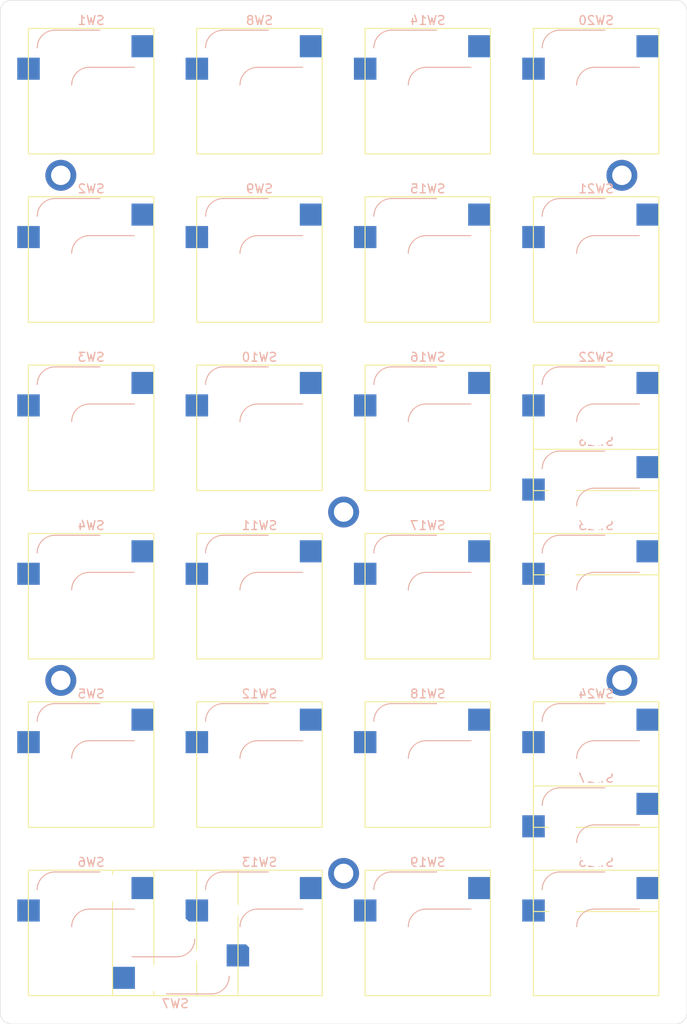
<source format=kicad_pcb>
(kicad_pcb (version 20171130) (host pcbnew "(5.1.9-0-10_14)")

  (general
    (thickness 1.6)
    (drawings 9)
    (tracks 0)
    (zones 0)
    (modules 33)
    (nets 29)
  )

  (page A4)
  (layers
    (0 F.Cu signal)
    (31 B.Cu signal)
    (32 B.Adhes user)
    (33 F.Adhes user)
    (34 B.Paste user)
    (35 F.Paste user)
    (36 B.SilkS user)
    (37 F.SilkS user)
    (38 B.Mask user)
    (39 F.Mask user)
    (40 Dwgs.User user)
    (41 Cmts.User user)
    (42 Eco1.User user)
    (43 Eco2.User user)
    (44 Edge.Cuts user)
    (45 Margin user)
    (46 B.CrtYd user)
    (47 F.CrtYd user)
    (48 B.Fab user)
    (49 F.Fab user)
  )

  (setup
    (last_trace_width 0.25)
    (user_trace_width 0.5)
    (user_trace_width 1)
    (trace_clearance 0.2)
    (zone_clearance 0.508)
    (zone_45_only no)
    (trace_min 0.2)
    (via_size 0.8)
    (via_drill 0.4)
    (via_min_size 0.4)
    (via_min_drill 0.3)
    (uvia_size 0.3)
    (uvia_drill 0.1)
    (uvias_allowed no)
    (uvia_min_size 0.2)
    (uvia_min_drill 0.1)
    (edge_width 0.1)
    (segment_width 0.2)
    (pcb_text_width 0.3)
    (pcb_text_size 1.5 1.5)
    (mod_edge_width 0.15)
    (mod_text_size 1 1)
    (mod_text_width 0.15)
    (pad_size 1.524 1.524)
    (pad_drill 0.762)
    (pad_to_mask_clearance 0)
    (aux_axis_origin 0 0)
    (visible_elements FFFFFFFF)
    (pcbplotparams
      (layerselection 0x010fc_ffffffff)
      (usegerberextensions false)
      (usegerberattributes true)
      (usegerberadvancedattributes true)
      (creategerberjobfile true)
      (excludeedgelayer true)
      (linewidth 0.100000)
      (plotframeref false)
      (viasonmask false)
      (mode 1)
      (useauxorigin false)
      (hpglpennumber 1)
      (hpglpenspeed 20)
      (hpglpendiameter 15.000000)
      (psnegative false)
      (psa4output false)
      (plotreference true)
      (plotvalue true)
      (plotinvisibletext false)
      (padsonsilk false)
      (subtractmaskfromsilk true)
      (outputformat 1)
      (mirror false)
      (drillshape 0)
      (scaleselection 1)
      (outputdirectory "gerber/pcb"))
  )

  (net 0 "")
  (net 1 "Net-(D1-Pad2)")
  (net 2 ROW0)
  (net 3 "Net-(D2-Pad2)")
  (net 4 "Net-(D3-Pad2)")
  (net 5 "Net-(D4-Pad2)")
  (net 6 "Net-(D5-Pad2)")
  (net 7 "Net-(D6-Pad2)")
  (net 8 "Net-(D7-Pad2)")
  (net 9 "Net-(D8-Pad2)")
  (net 10 "Net-(D9-Pad2)")
  (net 11 "Net-(D10-Pad2)")
  (net 12 "Net-(D11-Pad2)")
  (net 13 "Net-(D12-Pad2)")
  (net 14 "Net-(D13-Pad2)")
  (net 15 "Net-(D14-Pad2)")
  (net 16 "Net-(D15-Pad2)")
  (net 17 "Net-(D16-Pad2)")
  (net 18 "Net-(D17-Pad2)")
  (net 19 "Net-(D18-Pad2)")
  (net 20 "Net-(D19-Pad2)")
  (net 21 "Net-(D20-Pad2)")
  (net 22 "Net-(D21-Pad2)")
  (net 23 "Net-(D22-Pad2)")
  (net 24 "Net-(D23-Pad2)")
  (net 25 "Net-(D24-Pad2)")
  (net 26 ROW1)
  (net 27 ROW2)
  (net 28 ROW3)

  (net_class Default "This is the default net class."
    (clearance 0.2)
    (trace_width 0.25)
    (via_dia 0.8)
    (via_drill 0.4)
    (uvia_dia 0.3)
    (uvia_drill 0.1)
    (add_net "Net-(D1-Pad2)")
    (add_net "Net-(D10-Pad2)")
    (add_net "Net-(D11-Pad2)")
    (add_net "Net-(D12-Pad2)")
    (add_net "Net-(D13-Pad2)")
    (add_net "Net-(D14-Pad2)")
    (add_net "Net-(D15-Pad2)")
    (add_net "Net-(D16-Pad2)")
    (add_net "Net-(D17-Pad2)")
    (add_net "Net-(D18-Pad2)")
    (add_net "Net-(D19-Pad2)")
    (add_net "Net-(D2-Pad2)")
    (add_net "Net-(D20-Pad2)")
    (add_net "Net-(D21-Pad2)")
    (add_net "Net-(D22-Pad2)")
    (add_net "Net-(D23-Pad2)")
    (add_net "Net-(D24-Pad2)")
    (add_net "Net-(D3-Pad2)")
    (add_net "Net-(D4-Pad2)")
    (add_net "Net-(D5-Pad2)")
    (add_net "Net-(D6-Pad2)")
    (add_net "Net-(D7-Pad2)")
    (add_net "Net-(D8-Pad2)")
    (add_net "Net-(D9-Pad2)")
    (add_net ROW0)
    (add_net ROW1)
    (add_net ROW2)
    (add_net ROW3)
  )

  (module Switch_Keyboard_Kailh:SW_Hotswap_Kailh_1.00u (layer F.Cu) (tedit 602D5BED) (tstamp 60EA5683)
    (at 75.819 119.253)
    (descr "Kailh keyswitch Hotswap Socket, ")
    (tags "Kailh Keyboard Keyswitch Switch Hotswap Socket 1.00u")
    (path /60EA9B76)
    (attr smd)
    (fp_text reference SW4 (at 0 -8) (layer B.SilkS)
      (effects (font (size 1 1) (thickness 0.15)) (justify mirror))
    )
    (fp_text value SW_Push (at 0 0) (layer B.Fab)
      (effects (font (size 1 1) (thickness 0.15)) (justify mirror))
    )
    (fp_line (start -7 -7) (end -7 7) (layer F.Fab) (width 0.1))
    (fp_line (start -7 7) (end 7 7) (layer F.Fab) (width 0.1))
    (fp_line (start 7 7) (end 7 -7) (layer F.Fab) (width 0.1))
    (fp_line (start 7 -7) (end -7 -7) (layer F.Fab) (width 0.1))
    (fp_line (start -4 -6.8) (end 4.8 -6.8) (layer B.Fab) (width 0.12))
    (fp_line (start 4.8 -6.8) (end 4.8 -2.8) (layer B.Fab) (width 0.12))
    (fp_line (start -0.3 -2.8) (end 4.8 -2.8) (layer B.Fab) (width 0.12))
    (fp_line (start -6 -0.8) (end -2.3 -0.8) (layer B.Fab) (width 0.12))
    (fp_line (start -6 -0.8) (end -6 -4.8) (layer B.Fab) (width 0.12))
    (fp_line (start -7.1 -7.1) (end -7.1 7.1) (layer F.SilkS) (width 0.12))
    (fp_line (start -7.1 7.1) (end 7.1 7.1) (layer F.SilkS) (width 0.12))
    (fp_line (start 7.1 7.1) (end 7.1 -7.1) (layer F.SilkS) (width 0.12))
    (fp_line (start 7.1 -7.1) (end -7.1 -7.1) (layer F.SilkS) (width 0.12))
    (fp_line (start -4.1 -6.9) (end 1 -6.9) (layer B.SilkS) (width 0.12))
    (fp_line (start -0.2 -2.7) (end 4.9 -2.7) (layer B.SilkS) (width 0.12))
    (fp_line (start -7.25 -7.25) (end -7.25 7.25) (layer F.CrtYd) (width 0.05))
    (fp_line (start -7.25 7.25) (end 7.25 7.25) (layer F.CrtYd) (width 0.05))
    (fp_line (start 7.25 7.25) (end 7.25 -7.25) (layer F.CrtYd) (width 0.05))
    (fp_line (start 7.25 -7.25) (end -7.25 -7.25) (layer F.CrtYd) (width 0.05))
    (fp_line (start -8.61 -7.05) (end -8.61 -0.55) (layer B.CrtYd) (width 0.05))
    (fp_line (start -8.61 -0.55) (end 7.37 -0.55) (layer B.CrtYd) (width 0.05))
    (fp_line (start 7.37 -0.55) (end 7.37 -7.05) (layer B.CrtYd) (width 0.05))
    (fp_line (start 7.37 -7.05) (end -8.61 -7.05) (layer B.CrtYd) (width 0.05))
    (fp_line (start -9.525 -9.525) (end -9.525 9.525) (layer Dwgs.User) (width 0.1))
    (fp_line (start -9.525 9.525) (end 9.525 9.525) (layer Dwgs.User) (width 0.1))
    (fp_line (start 9.525 9.525) (end 9.525 -9.525) (layer Dwgs.User) (width 0.1))
    (fp_line (start 9.525 -9.525) (end -9.525 -9.525) (layer Dwgs.User) (width 0.1))
    (fp_text user %R (at 0 -4.75) (layer B.Fab)
      (effects (font (size 1 1) (thickness 0.15)) (justify mirror))
    )
    (fp_arc (start -0.2 -0.7) (end -0.2 -2.7) (angle -90) (layer B.SilkS) (width 0.12))
    (fp_arc (start -4.1 -4.9) (end -4.1 -6.9) (angle -90) (layer B.SilkS) (width 0.12))
    (fp_arc (start -0.3 -0.8) (end -0.3 -2.8) (angle -90) (layer B.Fab) (width 0.12))
    (fp_arc (start -4 -4.8) (end -4 -6.8) (angle -90) (layer B.Fab) (width 0.12))
    (pad 2 smd rect (at 5.842 -5.08) (size 2.55 2.5) (layers B.Cu B.Paste B.Mask)
      (net 2 ROW0))
    (pad 1 smd rect (at -7.085 -2.54) (size 2.55 2.5) (layers B.Cu B.Paste B.Mask)
      (net 5 "Net-(D4-Pad2)"))
    (pad "" np_thru_hole circle (at 5.08 0) (size 1.75 1.75) (drill 1.75) (layers *.Cu *.Mask))
    (pad "" np_thru_hole circle (at -5.08 0) (size 1.75 1.75) (drill 1.75) (layers *.Cu *.Mask))
    (pad "" np_thru_hole circle (at 0 0) (size 4 4) (drill 4) (layers *.Cu *.Mask))
    (pad "" np_thru_hole circle (at 2.54 -5.08) (size 3 3) (drill 3) (layers *.Cu *.Mask))
    (pad "" np_thru_hole circle (at -3.81 -2.54) (size 3 3) (drill 3) (layers *.Cu *.Mask))
    (model ${KEYSWITCH_LIB_3D}/Switch_Keyboard_Kailh.3dshapes/SW_Hotswap_Kailh.wrl
      (at (xyz 0 0 0))
      (scale (xyz 1 1 1))
      (rotate (xyz 0 0 0))
    )
    (model ${KIPRJMOD}/libs/keyswitch-kicad-library/modules/packages3d/Switch_Keyboard_Kailh.3dshapes/SW_Hotswap_Kailh.step
      (at (xyz 0 0 0))
      (scale (xyz 1 1 1))
      (rotate (xyz 0 0 0))
    )
    (model ${KIPRJMOD}/libs/keyswitch-kicad-library/modules/packages3d/Switch_Keyboard_Cherry_MX.3dshapes/SW_Cherry_MX_PCB.step
      (at (xyz 0 0 0))
      (scale (xyz 1 1 1))
      (rotate (xyz 0 0 0))
    )
    (model ${KIPRJMOD}/libs/packages3d/DSA_Keycap_CherryMX.step
      (offset (xyz 0 0 9))
      (scale (xyz 1 1 1))
      (rotate (xyz -90 0 0))
    )
  )

  (module Switch_Keyboard_Kailh:SW_Hotswap_Kailh_1.00u (layer F.Cu) (tedit 602D5BED) (tstamp 60EA5B6F)
    (at 113.919 62.103)
    (descr "Kailh keyswitch Hotswap Socket, ")
    (tags "Kailh Keyboard Keyswitch Switch Hotswap Socket 1.00u")
    (path /60EBAB6C)
    (attr smd)
    (fp_text reference SW14 (at 0 -8) (layer B.SilkS)
      (effects (font (size 1 1) (thickness 0.15)) (justify mirror))
    )
    (fp_text value SW_Push (at 0 0) (layer B.Fab)
      (effects (font (size 1 1) (thickness 0.15)) (justify mirror))
    )
    (fp_line (start -7 -7) (end -7 7) (layer F.Fab) (width 0.1))
    (fp_line (start -7 7) (end 7 7) (layer F.Fab) (width 0.1))
    (fp_line (start 7 7) (end 7 -7) (layer F.Fab) (width 0.1))
    (fp_line (start 7 -7) (end -7 -7) (layer F.Fab) (width 0.1))
    (fp_line (start -4 -6.8) (end 4.8 -6.8) (layer B.Fab) (width 0.12))
    (fp_line (start 4.8 -6.8) (end 4.8 -2.8) (layer B.Fab) (width 0.12))
    (fp_line (start -0.3 -2.8) (end 4.8 -2.8) (layer B.Fab) (width 0.12))
    (fp_line (start -6 -0.8) (end -2.3 -0.8) (layer B.Fab) (width 0.12))
    (fp_line (start -6 -0.8) (end -6 -4.8) (layer B.Fab) (width 0.12))
    (fp_line (start -7.1 -7.1) (end -7.1 7.1) (layer F.SilkS) (width 0.12))
    (fp_line (start -7.1 7.1) (end 7.1 7.1) (layer F.SilkS) (width 0.12))
    (fp_line (start 7.1 7.1) (end 7.1 -7.1) (layer F.SilkS) (width 0.12))
    (fp_line (start 7.1 -7.1) (end -7.1 -7.1) (layer F.SilkS) (width 0.12))
    (fp_line (start -4.1 -6.9) (end 1 -6.9) (layer B.SilkS) (width 0.12))
    (fp_line (start -0.2 -2.7) (end 4.9 -2.7) (layer B.SilkS) (width 0.12))
    (fp_line (start -7.25 -7.25) (end -7.25 7.25) (layer F.CrtYd) (width 0.05))
    (fp_line (start -7.25 7.25) (end 7.25 7.25) (layer F.CrtYd) (width 0.05))
    (fp_line (start 7.25 7.25) (end 7.25 -7.25) (layer F.CrtYd) (width 0.05))
    (fp_line (start 7.25 -7.25) (end -7.25 -7.25) (layer F.CrtYd) (width 0.05))
    (fp_line (start -8.61 -7.05) (end -8.61 -0.55) (layer B.CrtYd) (width 0.05))
    (fp_line (start -8.61 -0.55) (end 7.37 -0.55) (layer B.CrtYd) (width 0.05))
    (fp_line (start 7.37 -0.55) (end 7.37 -7.05) (layer B.CrtYd) (width 0.05))
    (fp_line (start 7.37 -7.05) (end -8.61 -7.05) (layer B.CrtYd) (width 0.05))
    (fp_line (start -9.525 -9.525) (end -9.525 9.525) (layer Dwgs.User) (width 0.1))
    (fp_line (start -9.525 9.525) (end 9.525 9.525) (layer Dwgs.User) (width 0.1))
    (fp_line (start 9.525 9.525) (end 9.525 -9.525) (layer Dwgs.User) (width 0.1))
    (fp_line (start 9.525 -9.525) (end -9.525 -9.525) (layer Dwgs.User) (width 0.1))
    (fp_text user %R (at 0 -4.75) (layer B.Fab)
      (effects (font (size 1 1) (thickness 0.15)) (justify mirror))
    )
    (fp_arc (start -0.2 -0.7) (end -0.2 -2.7) (angle -90) (layer B.SilkS) (width 0.12))
    (fp_arc (start -4.1 -4.9) (end -4.1 -6.9) (angle -90) (layer B.SilkS) (width 0.12))
    (fp_arc (start -0.3 -0.8) (end -0.3 -2.8) (angle -90) (layer B.Fab) (width 0.12))
    (fp_arc (start -4 -4.8) (end -4 -6.8) (angle -90) (layer B.Fab) (width 0.12))
    (pad 2 smd rect (at 5.842 -5.08) (size 2.55 2.5) (layers B.Cu B.Paste B.Mask)
      (net 27 ROW2))
    (pad 1 smd rect (at -7.085 -2.54) (size 2.55 2.5) (layers B.Cu B.Paste B.Mask)
      (net 14 "Net-(D13-Pad2)"))
    (pad "" np_thru_hole circle (at 5.08 0) (size 1.75 1.75) (drill 1.75) (layers *.Cu *.Mask))
    (pad "" np_thru_hole circle (at -5.08 0) (size 1.75 1.75) (drill 1.75) (layers *.Cu *.Mask))
    (pad "" np_thru_hole circle (at 0 0) (size 4 4) (drill 4) (layers *.Cu *.Mask))
    (pad "" np_thru_hole circle (at 2.54 -5.08) (size 3 3) (drill 3) (layers *.Cu *.Mask))
    (pad "" np_thru_hole circle (at -3.81 -2.54) (size 3 3) (drill 3) (layers *.Cu *.Mask))
    (model ${KEYSWITCH_LIB_3D}/Switch_Keyboard_Kailh.3dshapes/SW_Hotswap_Kailh.wrl
      (at (xyz 0 0 0))
      (scale (xyz 1 1 1))
      (rotate (xyz 0 0 0))
    )
    (model ${KIPRJMOD}/libs/keyswitch-kicad-library/modules/packages3d/Switch_Keyboard_Kailh.3dshapes/SW_Hotswap_Kailh.step
      (at (xyz 0 0 0))
      (scale (xyz 1 1 1))
      (rotate (xyz 0 0 0))
    )
    (model ${KIPRJMOD}/libs/keyswitch-kicad-library/modules/packages3d/Switch_Keyboard_Cherry_MX.3dshapes/SW_Cherry_MX_PCB.step
      (at (xyz 0 0 0))
      (scale (xyz 1 1 1))
      (rotate (xyz 0 0 0))
    )
    (model ${KIPRJMOD}/libs/packages3d/DSA_Keycap_CherryMX.step
      (offset (xyz 0 0 9))
      (scale (xyz 1 1 1))
      (rotate (xyz -90 0 0))
    )
  )

  (module Switch_Keyboard_Kailh:SW_Hotswap_Kailh_1.00u (layer F.Cu) (tedit 602D5BED) (tstamp 60EA5BED)
    (at 113.919 81.153)
    (descr "Kailh keyswitch Hotswap Socket, ")
    (tags "Kailh Keyboard Keyswitch Switch Hotswap Socket 1.00u")
    (path /60EBAB7A)
    (attr smd)
    (fp_text reference SW15 (at 0 -8) (layer B.SilkS)
      (effects (font (size 1 1) (thickness 0.15)) (justify mirror))
    )
    (fp_text value SW_Push (at 0 0) (layer B.Fab)
      (effects (font (size 1 1) (thickness 0.15)) (justify mirror))
    )
    (fp_line (start -7 -7) (end -7 7) (layer F.Fab) (width 0.1))
    (fp_line (start -7 7) (end 7 7) (layer F.Fab) (width 0.1))
    (fp_line (start 7 7) (end 7 -7) (layer F.Fab) (width 0.1))
    (fp_line (start 7 -7) (end -7 -7) (layer F.Fab) (width 0.1))
    (fp_line (start -4 -6.8) (end 4.8 -6.8) (layer B.Fab) (width 0.12))
    (fp_line (start 4.8 -6.8) (end 4.8 -2.8) (layer B.Fab) (width 0.12))
    (fp_line (start -0.3 -2.8) (end 4.8 -2.8) (layer B.Fab) (width 0.12))
    (fp_line (start -6 -0.8) (end -2.3 -0.8) (layer B.Fab) (width 0.12))
    (fp_line (start -6 -0.8) (end -6 -4.8) (layer B.Fab) (width 0.12))
    (fp_line (start -7.1 -7.1) (end -7.1 7.1) (layer F.SilkS) (width 0.12))
    (fp_line (start -7.1 7.1) (end 7.1 7.1) (layer F.SilkS) (width 0.12))
    (fp_line (start 7.1 7.1) (end 7.1 -7.1) (layer F.SilkS) (width 0.12))
    (fp_line (start 7.1 -7.1) (end -7.1 -7.1) (layer F.SilkS) (width 0.12))
    (fp_line (start -4.1 -6.9) (end 1 -6.9) (layer B.SilkS) (width 0.12))
    (fp_line (start -0.2 -2.7) (end 4.9 -2.7) (layer B.SilkS) (width 0.12))
    (fp_line (start -7.25 -7.25) (end -7.25 7.25) (layer F.CrtYd) (width 0.05))
    (fp_line (start -7.25 7.25) (end 7.25 7.25) (layer F.CrtYd) (width 0.05))
    (fp_line (start 7.25 7.25) (end 7.25 -7.25) (layer F.CrtYd) (width 0.05))
    (fp_line (start 7.25 -7.25) (end -7.25 -7.25) (layer F.CrtYd) (width 0.05))
    (fp_line (start -8.61 -7.05) (end -8.61 -0.55) (layer B.CrtYd) (width 0.05))
    (fp_line (start -8.61 -0.55) (end 7.37 -0.55) (layer B.CrtYd) (width 0.05))
    (fp_line (start 7.37 -0.55) (end 7.37 -7.05) (layer B.CrtYd) (width 0.05))
    (fp_line (start 7.37 -7.05) (end -8.61 -7.05) (layer B.CrtYd) (width 0.05))
    (fp_line (start -9.525 -9.525) (end -9.525 9.525) (layer Dwgs.User) (width 0.1))
    (fp_line (start -9.525 9.525) (end 9.525 9.525) (layer Dwgs.User) (width 0.1))
    (fp_line (start 9.525 9.525) (end 9.525 -9.525) (layer Dwgs.User) (width 0.1))
    (fp_line (start 9.525 -9.525) (end -9.525 -9.525) (layer Dwgs.User) (width 0.1))
    (fp_text user %R (at 0 -4.75) (layer B.Fab)
      (effects (font (size 1 1) (thickness 0.15)) (justify mirror))
    )
    (fp_arc (start -0.2 -0.7) (end -0.2 -2.7) (angle -90) (layer B.SilkS) (width 0.12))
    (fp_arc (start -4.1 -4.9) (end -4.1 -6.9) (angle -90) (layer B.SilkS) (width 0.12))
    (fp_arc (start -0.3 -0.8) (end -0.3 -2.8) (angle -90) (layer B.Fab) (width 0.12))
    (fp_arc (start -4 -4.8) (end -4 -6.8) (angle -90) (layer B.Fab) (width 0.12))
    (pad 2 smd rect (at 5.842 -5.08) (size 2.55 2.5) (layers B.Cu B.Paste B.Mask)
      (net 27 ROW2))
    (pad 1 smd rect (at -7.085 -2.54) (size 2.55 2.5) (layers B.Cu B.Paste B.Mask)
      (net 15 "Net-(D14-Pad2)"))
    (pad "" np_thru_hole circle (at 5.08 0) (size 1.75 1.75) (drill 1.75) (layers *.Cu *.Mask))
    (pad "" np_thru_hole circle (at -5.08 0) (size 1.75 1.75) (drill 1.75) (layers *.Cu *.Mask))
    (pad "" np_thru_hole circle (at 0 0) (size 4 4) (drill 4) (layers *.Cu *.Mask))
    (pad "" np_thru_hole circle (at 2.54 -5.08) (size 3 3) (drill 3) (layers *.Cu *.Mask))
    (pad "" np_thru_hole circle (at -3.81 -2.54) (size 3 3) (drill 3) (layers *.Cu *.Mask))
    (model ${KEYSWITCH_LIB_3D}/Switch_Keyboard_Kailh.3dshapes/SW_Hotswap_Kailh.wrl
      (at (xyz 0 0 0))
      (scale (xyz 1 1 1))
      (rotate (xyz 0 0 0))
    )
    (model ${KIPRJMOD}/libs/keyswitch-kicad-library/modules/packages3d/Switch_Keyboard_Kailh.3dshapes/SW_Hotswap_Kailh.step
      (at (xyz 0 0 0))
      (scale (xyz 1 1 1))
      (rotate (xyz 0 0 0))
    )
    (model ${KIPRJMOD}/libs/keyswitch-kicad-library/modules/packages3d/Switch_Keyboard_Cherry_MX.3dshapes/SW_Cherry_MX_PCB.step
      (at (xyz 0 0 0))
      (scale (xyz 1 1 1))
      (rotate (xyz 0 0 0))
    )
    (model ${KIPRJMOD}/libs/packages3d/DSA_Keycap_CherryMX.step
      (offset (xyz 0 0 9))
      (scale (xyz 1 1 1))
      (rotate (xyz -90 0 0))
    )
  )

  (module Switch_Keyboard_Kailh:SW_Hotswap_Kailh_1.00u (layer F.Cu) (tedit 602D5BED) (tstamp 60EA548B)
    (at 113.919 100.203)
    (descr "Kailh keyswitch Hotswap Socket, ")
    (tags "Kailh Keyboard Keyswitch Switch Hotswap Socket 1.00u")
    (path /60EBAB88)
    (attr smd)
    (fp_text reference SW16 (at 0 -8) (layer B.SilkS)
      (effects (font (size 1 1) (thickness 0.15)) (justify mirror))
    )
    (fp_text value SW_Push (at 0 0) (layer B.Fab)
      (effects (font (size 1 1) (thickness 0.15)) (justify mirror))
    )
    (fp_line (start -7 -7) (end -7 7) (layer F.Fab) (width 0.1))
    (fp_line (start -7 7) (end 7 7) (layer F.Fab) (width 0.1))
    (fp_line (start 7 7) (end 7 -7) (layer F.Fab) (width 0.1))
    (fp_line (start 7 -7) (end -7 -7) (layer F.Fab) (width 0.1))
    (fp_line (start -4 -6.8) (end 4.8 -6.8) (layer B.Fab) (width 0.12))
    (fp_line (start 4.8 -6.8) (end 4.8 -2.8) (layer B.Fab) (width 0.12))
    (fp_line (start -0.3 -2.8) (end 4.8 -2.8) (layer B.Fab) (width 0.12))
    (fp_line (start -6 -0.8) (end -2.3 -0.8) (layer B.Fab) (width 0.12))
    (fp_line (start -6 -0.8) (end -6 -4.8) (layer B.Fab) (width 0.12))
    (fp_line (start -7.1 -7.1) (end -7.1 7.1) (layer F.SilkS) (width 0.12))
    (fp_line (start -7.1 7.1) (end 7.1 7.1) (layer F.SilkS) (width 0.12))
    (fp_line (start 7.1 7.1) (end 7.1 -7.1) (layer F.SilkS) (width 0.12))
    (fp_line (start 7.1 -7.1) (end -7.1 -7.1) (layer F.SilkS) (width 0.12))
    (fp_line (start -4.1 -6.9) (end 1 -6.9) (layer B.SilkS) (width 0.12))
    (fp_line (start -0.2 -2.7) (end 4.9 -2.7) (layer B.SilkS) (width 0.12))
    (fp_line (start -7.25 -7.25) (end -7.25 7.25) (layer F.CrtYd) (width 0.05))
    (fp_line (start -7.25 7.25) (end 7.25 7.25) (layer F.CrtYd) (width 0.05))
    (fp_line (start 7.25 7.25) (end 7.25 -7.25) (layer F.CrtYd) (width 0.05))
    (fp_line (start 7.25 -7.25) (end -7.25 -7.25) (layer F.CrtYd) (width 0.05))
    (fp_line (start -8.61 -7.05) (end -8.61 -0.55) (layer B.CrtYd) (width 0.05))
    (fp_line (start -8.61 -0.55) (end 7.37 -0.55) (layer B.CrtYd) (width 0.05))
    (fp_line (start 7.37 -0.55) (end 7.37 -7.05) (layer B.CrtYd) (width 0.05))
    (fp_line (start 7.37 -7.05) (end -8.61 -7.05) (layer B.CrtYd) (width 0.05))
    (fp_line (start -9.525 -9.525) (end -9.525 9.525) (layer Dwgs.User) (width 0.1))
    (fp_line (start -9.525 9.525) (end 9.525 9.525) (layer Dwgs.User) (width 0.1))
    (fp_line (start 9.525 9.525) (end 9.525 -9.525) (layer Dwgs.User) (width 0.1))
    (fp_line (start 9.525 -9.525) (end -9.525 -9.525) (layer Dwgs.User) (width 0.1))
    (fp_text user %R (at 0 -4.75) (layer B.Fab)
      (effects (font (size 1 1) (thickness 0.15)) (justify mirror))
    )
    (fp_arc (start -0.2 -0.7) (end -0.2 -2.7) (angle -90) (layer B.SilkS) (width 0.12))
    (fp_arc (start -4.1 -4.9) (end -4.1 -6.9) (angle -90) (layer B.SilkS) (width 0.12))
    (fp_arc (start -0.3 -0.8) (end -0.3 -2.8) (angle -90) (layer B.Fab) (width 0.12))
    (fp_arc (start -4 -4.8) (end -4 -6.8) (angle -90) (layer B.Fab) (width 0.12))
    (pad 2 smd rect (at 5.842 -5.08) (size 2.55 2.5) (layers B.Cu B.Paste B.Mask)
      (net 27 ROW2))
    (pad 1 smd rect (at -7.085 -2.54) (size 2.55 2.5) (layers B.Cu B.Paste B.Mask)
      (net 16 "Net-(D15-Pad2)"))
    (pad "" np_thru_hole circle (at 5.08 0) (size 1.75 1.75) (drill 1.75) (layers *.Cu *.Mask))
    (pad "" np_thru_hole circle (at -5.08 0) (size 1.75 1.75) (drill 1.75) (layers *.Cu *.Mask))
    (pad "" np_thru_hole circle (at 0 0) (size 4 4) (drill 4) (layers *.Cu *.Mask))
    (pad "" np_thru_hole circle (at 2.54 -5.08) (size 3 3) (drill 3) (layers *.Cu *.Mask))
    (pad "" np_thru_hole circle (at -3.81 -2.54) (size 3 3) (drill 3) (layers *.Cu *.Mask))
    (model ${KEYSWITCH_LIB_3D}/Switch_Keyboard_Kailh.3dshapes/SW_Hotswap_Kailh.wrl
      (at (xyz 0 0 0))
      (scale (xyz 1 1 1))
      (rotate (xyz 0 0 0))
    )
    (model ${KIPRJMOD}/libs/keyswitch-kicad-library/modules/packages3d/Switch_Keyboard_Kailh.3dshapes/SW_Hotswap_Kailh.step
      (at (xyz 0 0 0))
      (scale (xyz 1 1 1))
      (rotate (xyz 0 0 0))
    )
    (model ${KIPRJMOD}/libs/keyswitch-kicad-library/modules/packages3d/Switch_Keyboard_Cherry_MX.3dshapes/SW_Cherry_MX_PCB.step
      (at (xyz 0 0 0))
      (scale (xyz 1 1 1))
      (rotate (xyz 0 0 0))
    )
    (model ${KIPRJMOD}/libs/packages3d/DSA_Keycap_CherryMX.step
      (offset (xyz 0 0 9))
      (scale (xyz 1 1 1))
      (rotate (xyz -90 0 0))
    )
  )

  (module Switch_Keyboard_Kailh:SW_Hotswap_Kailh_1.00u (layer F.Cu) (tedit 602D5BED) (tstamp 60EA5C6B)
    (at 113.919 119.253)
    (descr "Kailh keyswitch Hotswap Socket, ")
    (tags "Kailh Keyboard Keyswitch Switch Hotswap Socket 1.00u")
    (path /60EBAB95)
    (attr smd)
    (fp_text reference SW17 (at 0 -8) (layer B.SilkS)
      (effects (font (size 1 1) (thickness 0.15)) (justify mirror))
    )
    (fp_text value SW_Push (at 0 0) (layer B.Fab)
      (effects (font (size 1 1) (thickness 0.15)) (justify mirror))
    )
    (fp_line (start -7 -7) (end -7 7) (layer F.Fab) (width 0.1))
    (fp_line (start -7 7) (end 7 7) (layer F.Fab) (width 0.1))
    (fp_line (start 7 7) (end 7 -7) (layer F.Fab) (width 0.1))
    (fp_line (start 7 -7) (end -7 -7) (layer F.Fab) (width 0.1))
    (fp_line (start -4 -6.8) (end 4.8 -6.8) (layer B.Fab) (width 0.12))
    (fp_line (start 4.8 -6.8) (end 4.8 -2.8) (layer B.Fab) (width 0.12))
    (fp_line (start -0.3 -2.8) (end 4.8 -2.8) (layer B.Fab) (width 0.12))
    (fp_line (start -6 -0.8) (end -2.3 -0.8) (layer B.Fab) (width 0.12))
    (fp_line (start -6 -0.8) (end -6 -4.8) (layer B.Fab) (width 0.12))
    (fp_line (start -7.1 -7.1) (end -7.1 7.1) (layer F.SilkS) (width 0.12))
    (fp_line (start -7.1 7.1) (end 7.1 7.1) (layer F.SilkS) (width 0.12))
    (fp_line (start 7.1 7.1) (end 7.1 -7.1) (layer F.SilkS) (width 0.12))
    (fp_line (start 7.1 -7.1) (end -7.1 -7.1) (layer F.SilkS) (width 0.12))
    (fp_line (start -4.1 -6.9) (end 1 -6.9) (layer B.SilkS) (width 0.12))
    (fp_line (start -0.2 -2.7) (end 4.9 -2.7) (layer B.SilkS) (width 0.12))
    (fp_line (start -7.25 -7.25) (end -7.25 7.25) (layer F.CrtYd) (width 0.05))
    (fp_line (start -7.25 7.25) (end 7.25 7.25) (layer F.CrtYd) (width 0.05))
    (fp_line (start 7.25 7.25) (end 7.25 -7.25) (layer F.CrtYd) (width 0.05))
    (fp_line (start 7.25 -7.25) (end -7.25 -7.25) (layer F.CrtYd) (width 0.05))
    (fp_line (start -8.61 -7.05) (end -8.61 -0.55) (layer B.CrtYd) (width 0.05))
    (fp_line (start -8.61 -0.55) (end 7.37 -0.55) (layer B.CrtYd) (width 0.05))
    (fp_line (start 7.37 -0.55) (end 7.37 -7.05) (layer B.CrtYd) (width 0.05))
    (fp_line (start 7.37 -7.05) (end -8.61 -7.05) (layer B.CrtYd) (width 0.05))
    (fp_line (start -9.525 -9.525) (end -9.525 9.525) (layer Dwgs.User) (width 0.1))
    (fp_line (start -9.525 9.525) (end 9.525 9.525) (layer Dwgs.User) (width 0.1))
    (fp_line (start 9.525 9.525) (end 9.525 -9.525) (layer Dwgs.User) (width 0.1))
    (fp_line (start 9.525 -9.525) (end -9.525 -9.525) (layer Dwgs.User) (width 0.1))
    (fp_text user %R (at 0 -4.75) (layer B.Fab)
      (effects (font (size 1 1) (thickness 0.15)) (justify mirror))
    )
    (fp_arc (start -0.2 -0.7) (end -0.2 -2.7) (angle -90) (layer B.SilkS) (width 0.12))
    (fp_arc (start -4.1 -4.9) (end -4.1 -6.9) (angle -90) (layer B.SilkS) (width 0.12))
    (fp_arc (start -0.3 -0.8) (end -0.3 -2.8) (angle -90) (layer B.Fab) (width 0.12))
    (fp_arc (start -4 -4.8) (end -4 -6.8) (angle -90) (layer B.Fab) (width 0.12))
    (pad 2 smd rect (at 5.842 -5.08) (size 2.55 2.5) (layers B.Cu B.Paste B.Mask)
      (net 27 ROW2))
    (pad 1 smd rect (at -7.085 -2.54) (size 2.55 2.5) (layers B.Cu B.Paste B.Mask)
      (net 17 "Net-(D16-Pad2)"))
    (pad "" np_thru_hole circle (at 5.08 0) (size 1.75 1.75) (drill 1.75) (layers *.Cu *.Mask))
    (pad "" np_thru_hole circle (at -5.08 0) (size 1.75 1.75) (drill 1.75) (layers *.Cu *.Mask))
    (pad "" np_thru_hole circle (at 0 0) (size 4 4) (drill 4) (layers *.Cu *.Mask))
    (pad "" np_thru_hole circle (at 2.54 -5.08) (size 3 3) (drill 3) (layers *.Cu *.Mask))
    (pad "" np_thru_hole circle (at -3.81 -2.54) (size 3 3) (drill 3) (layers *.Cu *.Mask))
    (model ${KEYSWITCH_LIB_3D}/Switch_Keyboard_Kailh.3dshapes/SW_Hotswap_Kailh.wrl
      (at (xyz 0 0 0))
      (scale (xyz 1 1 1))
      (rotate (xyz 0 0 0))
    )
    (model ${KIPRJMOD}/libs/keyswitch-kicad-library/modules/packages3d/Switch_Keyboard_Kailh.3dshapes/SW_Hotswap_Kailh.step
      (at (xyz 0 0 0))
      (scale (xyz 1 1 1))
      (rotate (xyz 0 0 0))
    )
    (model ${KIPRJMOD}/libs/keyswitch-kicad-library/modules/packages3d/Switch_Keyboard_Cherry_MX.3dshapes/SW_Cherry_MX_PCB.step
      (at (xyz 0 0 0))
      (scale (xyz 1 1 1))
      (rotate (xyz 0 0 0))
    )
    (model ${KIPRJMOD}/libs/packages3d/DSA_Keycap_CherryMX.step
      (offset (xyz 0 0 9))
      (scale (xyz 1 1 1))
      (rotate (xyz -90 0 0))
    )
  )

  (module Switch_Keyboard_Kailh:SW_Hotswap_Kailh_1.00u (layer F.Cu) (tedit 602D5BED) (tstamp 60EA5CE9)
    (at 113.919 138.303)
    (descr "Kailh keyswitch Hotswap Socket, ")
    (tags "Kailh Keyboard Keyswitch Switch Hotswap Socket 1.00u")
    (path /60EBABA3)
    (attr smd)
    (fp_text reference SW18 (at 0 -8) (layer B.SilkS)
      (effects (font (size 1 1) (thickness 0.15)) (justify mirror))
    )
    (fp_text value SW_Push (at 0 0) (layer B.Fab)
      (effects (font (size 1 1) (thickness 0.15)) (justify mirror))
    )
    (fp_line (start -7 -7) (end -7 7) (layer F.Fab) (width 0.1))
    (fp_line (start -7 7) (end 7 7) (layer F.Fab) (width 0.1))
    (fp_line (start 7 7) (end 7 -7) (layer F.Fab) (width 0.1))
    (fp_line (start 7 -7) (end -7 -7) (layer F.Fab) (width 0.1))
    (fp_line (start -4 -6.8) (end 4.8 -6.8) (layer B.Fab) (width 0.12))
    (fp_line (start 4.8 -6.8) (end 4.8 -2.8) (layer B.Fab) (width 0.12))
    (fp_line (start -0.3 -2.8) (end 4.8 -2.8) (layer B.Fab) (width 0.12))
    (fp_line (start -6 -0.8) (end -2.3 -0.8) (layer B.Fab) (width 0.12))
    (fp_line (start -6 -0.8) (end -6 -4.8) (layer B.Fab) (width 0.12))
    (fp_line (start -7.1 -7.1) (end -7.1 7.1) (layer F.SilkS) (width 0.12))
    (fp_line (start -7.1 7.1) (end 7.1 7.1) (layer F.SilkS) (width 0.12))
    (fp_line (start 7.1 7.1) (end 7.1 -7.1) (layer F.SilkS) (width 0.12))
    (fp_line (start 7.1 -7.1) (end -7.1 -7.1) (layer F.SilkS) (width 0.12))
    (fp_line (start -4.1 -6.9) (end 1 -6.9) (layer B.SilkS) (width 0.12))
    (fp_line (start -0.2 -2.7) (end 4.9 -2.7) (layer B.SilkS) (width 0.12))
    (fp_line (start -7.25 -7.25) (end -7.25 7.25) (layer F.CrtYd) (width 0.05))
    (fp_line (start -7.25 7.25) (end 7.25 7.25) (layer F.CrtYd) (width 0.05))
    (fp_line (start 7.25 7.25) (end 7.25 -7.25) (layer F.CrtYd) (width 0.05))
    (fp_line (start 7.25 -7.25) (end -7.25 -7.25) (layer F.CrtYd) (width 0.05))
    (fp_line (start -8.61 -7.05) (end -8.61 -0.55) (layer B.CrtYd) (width 0.05))
    (fp_line (start -8.61 -0.55) (end 7.37 -0.55) (layer B.CrtYd) (width 0.05))
    (fp_line (start 7.37 -0.55) (end 7.37 -7.05) (layer B.CrtYd) (width 0.05))
    (fp_line (start 7.37 -7.05) (end -8.61 -7.05) (layer B.CrtYd) (width 0.05))
    (fp_line (start -9.525 -9.525) (end -9.525 9.525) (layer Dwgs.User) (width 0.1))
    (fp_line (start -9.525 9.525) (end 9.525 9.525) (layer Dwgs.User) (width 0.1))
    (fp_line (start 9.525 9.525) (end 9.525 -9.525) (layer Dwgs.User) (width 0.1))
    (fp_line (start 9.525 -9.525) (end -9.525 -9.525) (layer Dwgs.User) (width 0.1))
    (fp_text user %R (at 0 -4.75) (layer B.Fab)
      (effects (font (size 1 1) (thickness 0.15)) (justify mirror))
    )
    (fp_arc (start -0.2 -0.7) (end -0.2 -2.7) (angle -90) (layer B.SilkS) (width 0.12))
    (fp_arc (start -4.1 -4.9) (end -4.1 -6.9) (angle -90) (layer B.SilkS) (width 0.12))
    (fp_arc (start -0.3 -0.8) (end -0.3 -2.8) (angle -90) (layer B.Fab) (width 0.12))
    (fp_arc (start -4 -4.8) (end -4 -6.8) (angle -90) (layer B.Fab) (width 0.12))
    (pad 2 smd rect (at 5.842 -5.08) (size 2.55 2.5) (layers B.Cu B.Paste B.Mask)
      (net 27 ROW2))
    (pad 1 smd rect (at -7.085 -2.54) (size 2.55 2.5) (layers B.Cu B.Paste B.Mask)
      (net 18 "Net-(D17-Pad2)"))
    (pad "" np_thru_hole circle (at 5.08 0) (size 1.75 1.75) (drill 1.75) (layers *.Cu *.Mask))
    (pad "" np_thru_hole circle (at -5.08 0) (size 1.75 1.75) (drill 1.75) (layers *.Cu *.Mask))
    (pad "" np_thru_hole circle (at 0 0) (size 4 4) (drill 4) (layers *.Cu *.Mask))
    (pad "" np_thru_hole circle (at 2.54 -5.08) (size 3 3) (drill 3) (layers *.Cu *.Mask))
    (pad "" np_thru_hole circle (at -3.81 -2.54) (size 3 3) (drill 3) (layers *.Cu *.Mask))
    (model ${KEYSWITCH_LIB_3D}/Switch_Keyboard_Kailh.3dshapes/SW_Hotswap_Kailh.wrl
      (at (xyz 0 0 0))
      (scale (xyz 1 1 1))
      (rotate (xyz 0 0 0))
    )
    (model ${KIPRJMOD}/libs/keyswitch-kicad-library/modules/packages3d/Switch_Keyboard_Kailh.3dshapes/SW_Hotswap_Kailh.step
      (at (xyz 0 0 0))
      (scale (xyz 1 1 1))
      (rotate (xyz 0 0 0))
    )
    (model ${KIPRJMOD}/libs/keyswitch-kicad-library/modules/packages3d/Switch_Keyboard_Cherry_MX.3dshapes/SW_Cherry_MX_PCB.step
      (at (xyz 0 0 0))
      (scale (xyz 1 1 1))
      (rotate (xyz 0 0 0))
    )
    (model ${KIPRJMOD}/libs/packages3d/DSA_Keycap_CherryMX.step
      (offset (xyz 0 0 9))
      (scale (xyz 1 1 1))
      (rotate (xyz -90 0 0))
    )
  )

  (module Switch_Keyboard_Kailh:SW_Hotswap_Kailh_1.00u (layer F.Cu) (tedit 602D5BED) (tstamp 60EA5D67)
    (at 113.919 157.353)
    (descr "Kailh keyswitch Hotswap Socket, ")
    (tags "Kailh Keyboard Keyswitch Switch Hotswap Socket 1.00u")
    (path /60EBABB0)
    (attr smd)
    (fp_text reference SW19 (at 0 -8) (layer B.SilkS)
      (effects (font (size 1 1) (thickness 0.15)) (justify mirror))
    )
    (fp_text value SW_Push (at 0 0) (layer B.Fab)
      (effects (font (size 1 1) (thickness 0.15)) (justify mirror))
    )
    (fp_line (start -7 -7) (end -7 7) (layer F.Fab) (width 0.1))
    (fp_line (start -7 7) (end 7 7) (layer F.Fab) (width 0.1))
    (fp_line (start 7 7) (end 7 -7) (layer F.Fab) (width 0.1))
    (fp_line (start 7 -7) (end -7 -7) (layer F.Fab) (width 0.1))
    (fp_line (start -4 -6.8) (end 4.8 -6.8) (layer B.Fab) (width 0.12))
    (fp_line (start 4.8 -6.8) (end 4.8 -2.8) (layer B.Fab) (width 0.12))
    (fp_line (start -0.3 -2.8) (end 4.8 -2.8) (layer B.Fab) (width 0.12))
    (fp_line (start -6 -0.8) (end -2.3 -0.8) (layer B.Fab) (width 0.12))
    (fp_line (start -6 -0.8) (end -6 -4.8) (layer B.Fab) (width 0.12))
    (fp_line (start -7.1 -7.1) (end -7.1 7.1) (layer F.SilkS) (width 0.12))
    (fp_line (start -7.1 7.1) (end 7.1 7.1) (layer F.SilkS) (width 0.12))
    (fp_line (start 7.1 7.1) (end 7.1 -7.1) (layer F.SilkS) (width 0.12))
    (fp_line (start 7.1 -7.1) (end -7.1 -7.1) (layer F.SilkS) (width 0.12))
    (fp_line (start -4.1 -6.9) (end 1 -6.9) (layer B.SilkS) (width 0.12))
    (fp_line (start -0.2 -2.7) (end 4.9 -2.7) (layer B.SilkS) (width 0.12))
    (fp_line (start -7.25 -7.25) (end -7.25 7.25) (layer F.CrtYd) (width 0.05))
    (fp_line (start -7.25 7.25) (end 7.25 7.25) (layer F.CrtYd) (width 0.05))
    (fp_line (start 7.25 7.25) (end 7.25 -7.25) (layer F.CrtYd) (width 0.05))
    (fp_line (start 7.25 -7.25) (end -7.25 -7.25) (layer F.CrtYd) (width 0.05))
    (fp_line (start -8.61 -7.05) (end -8.61 -0.55) (layer B.CrtYd) (width 0.05))
    (fp_line (start -8.61 -0.55) (end 7.37 -0.55) (layer B.CrtYd) (width 0.05))
    (fp_line (start 7.37 -0.55) (end 7.37 -7.05) (layer B.CrtYd) (width 0.05))
    (fp_line (start 7.37 -7.05) (end -8.61 -7.05) (layer B.CrtYd) (width 0.05))
    (fp_line (start -9.525 -9.525) (end -9.525 9.525) (layer Dwgs.User) (width 0.1))
    (fp_line (start -9.525 9.525) (end 9.525 9.525) (layer Dwgs.User) (width 0.1))
    (fp_line (start 9.525 9.525) (end 9.525 -9.525) (layer Dwgs.User) (width 0.1))
    (fp_line (start 9.525 -9.525) (end -9.525 -9.525) (layer Dwgs.User) (width 0.1))
    (fp_text user %R (at 0 -4.75) (layer B.Fab)
      (effects (font (size 1 1) (thickness 0.15)) (justify mirror))
    )
    (fp_arc (start -0.2 -0.7) (end -0.2 -2.7) (angle -90) (layer B.SilkS) (width 0.12))
    (fp_arc (start -4.1 -4.9) (end -4.1 -6.9) (angle -90) (layer B.SilkS) (width 0.12))
    (fp_arc (start -0.3 -0.8) (end -0.3 -2.8) (angle -90) (layer B.Fab) (width 0.12))
    (fp_arc (start -4 -4.8) (end -4 -6.8) (angle -90) (layer B.Fab) (width 0.12))
    (pad 2 smd rect (at 5.842 -5.08) (size 2.55 2.5) (layers B.Cu B.Paste B.Mask)
      (net 27 ROW2))
    (pad 1 smd rect (at -7.085 -2.54) (size 2.55 2.5) (layers B.Cu B.Paste B.Mask)
      (net 19 "Net-(D18-Pad2)"))
    (pad "" np_thru_hole circle (at 5.08 0) (size 1.75 1.75) (drill 1.75) (layers *.Cu *.Mask))
    (pad "" np_thru_hole circle (at -5.08 0) (size 1.75 1.75) (drill 1.75) (layers *.Cu *.Mask))
    (pad "" np_thru_hole circle (at 0 0) (size 4 4) (drill 4) (layers *.Cu *.Mask))
    (pad "" np_thru_hole circle (at 2.54 -5.08) (size 3 3) (drill 3) (layers *.Cu *.Mask))
    (pad "" np_thru_hole circle (at -3.81 -2.54) (size 3 3) (drill 3) (layers *.Cu *.Mask))
    (model ${KEYSWITCH_LIB_3D}/Switch_Keyboard_Kailh.3dshapes/SW_Hotswap_Kailh.wrl
      (at (xyz 0 0 0))
      (scale (xyz 1 1 1))
      (rotate (xyz 0 0 0))
    )
    (model ${KIPRJMOD}/libs/keyswitch-kicad-library/modules/packages3d/Switch_Keyboard_Kailh.3dshapes/SW_Hotswap_Kailh.step
      (at (xyz 0 0 0))
      (scale (xyz 1 1 1))
      (rotate (xyz 0 0 0))
    )
    (model ${KIPRJMOD}/libs/keyswitch-kicad-library/modules/packages3d/Switch_Keyboard_Cherry_MX.3dshapes/SW_Cherry_MX_PCB.step
      (at (xyz 0 0 0))
      (scale (xyz 1 1 1))
      (rotate (xyz 0 0 0))
    )
    (model ${KIPRJMOD}/libs/packages3d/DSA_Keycap_CherryMX.step
      (offset (xyz 0 0 9))
      (scale (xyz 1 1 1))
      (rotate (xyz -90 0 0))
    )
  )

  (module Switch_Keyboard_Kailh:SW_Hotswap_Kailh_1.00u (layer F.Cu) (tedit 602D5BED) (tstamp 60EA5DE5)
    (at 132.969 62.103)
    (descr "Kailh keyswitch Hotswap Socket, ")
    (tags "Kailh Keyboard Keyswitch Switch Hotswap Socket 1.00u")
    (path /60EBE430)
    (attr smd)
    (fp_text reference SW20 (at 0 -8) (layer B.SilkS)
      (effects (font (size 1 1) (thickness 0.15)) (justify mirror))
    )
    (fp_text value SW_Push (at 0 0) (layer B.Fab)
      (effects (font (size 1 1) (thickness 0.15)) (justify mirror))
    )
    (fp_line (start -7 -7) (end -7 7) (layer F.Fab) (width 0.1))
    (fp_line (start -7 7) (end 7 7) (layer F.Fab) (width 0.1))
    (fp_line (start 7 7) (end 7 -7) (layer F.Fab) (width 0.1))
    (fp_line (start 7 -7) (end -7 -7) (layer F.Fab) (width 0.1))
    (fp_line (start -4 -6.8) (end 4.8 -6.8) (layer B.Fab) (width 0.12))
    (fp_line (start 4.8 -6.8) (end 4.8 -2.8) (layer B.Fab) (width 0.12))
    (fp_line (start -0.3 -2.8) (end 4.8 -2.8) (layer B.Fab) (width 0.12))
    (fp_line (start -6 -0.8) (end -2.3 -0.8) (layer B.Fab) (width 0.12))
    (fp_line (start -6 -0.8) (end -6 -4.8) (layer B.Fab) (width 0.12))
    (fp_line (start -7.1 -7.1) (end -7.1 7.1) (layer F.SilkS) (width 0.12))
    (fp_line (start -7.1 7.1) (end 7.1 7.1) (layer F.SilkS) (width 0.12))
    (fp_line (start 7.1 7.1) (end 7.1 -7.1) (layer F.SilkS) (width 0.12))
    (fp_line (start 7.1 -7.1) (end -7.1 -7.1) (layer F.SilkS) (width 0.12))
    (fp_line (start -4.1 -6.9) (end 1 -6.9) (layer B.SilkS) (width 0.12))
    (fp_line (start -0.2 -2.7) (end 4.9 -2.7) (layer B.SilkS) (width 0.12))
    (fp_line (start -7.25 -7.25) (end -7.25 7.25) (layer F.CrtYd) (width 0.05))
    (fp_line (start -7.25 7.25) (end 7.25 7.25) (layer F.CrtYd) (width 0.05))
    (fp_line (start 7.25 7.25) (end 7.25 -7.25) (layer F.CrtYd) (width 0.05))
    (fp_line (start 7.25 -7.25) (end -7.25 -7.25) (layer F.CrtYd) (width 0.05))
    (fp_line (start -8.61 -7.05) (end -8.61 -0.55) (layer B.CrtYd) (width 0.05))
    (fp_line (start -8.61 -0.55) (end 7.37 -0.55) (layer B.CrtYd) (width 0.05))
    (fp_line (start 7.37 -0.55) (end 7.37 -7.05) (layer B.CrtYd) (width 0.05))
    (fp_line (start 7.37 -7.05) (end -8.61 -7.05) (layer B.CrtYd) (width 0.05))
    (fp_line (start -9.525 -9.525) (end -9.525 9.525) (layer Dwgs.User) (width 0.1))
    (fp_line (start -9.525 9.525) (end 9.525 9.525) (layer Dwgs.User) (width 0.1))
    (fp_line (start 9.525 9.525) (end 9.525 -9.525) (layer Dwgs.User) (width 0.1))
    (fp_line (start 9.525 -9.525) (end -9.525 -9.525) (layer Dwgs.User) (width 0.1))
    (fp_text user %R (at 0 -4.75) (layer B.Fab)
      (effects (font (size 1 1) (thickness 0.15)) (justify mirror))
    )
    (fp_arc (start -0.2 -0.7) (end -0.2 -2.7) (angle -90) (layer B.SilkS) (width 0.12))
    (fp_arc (start -4.1 -4.9) (end -4.1 -6.9) (angle -90) (layer B.SilkS) (width 0.12))
    (fp_arc (start -0.3 -0.8) (end -0.3 -2.8) (angle -90) (layer B.Fab) (width 0.12))
    (fp_arc (start -4 -4.8) (end -4 -6.8) (angle -90) (layer B.Fab) (width 0.12))
    (pad 2 smd rect (at 5.842 -5.08) (size 2.55 2.5) (layers B.Cu B.Paste B.Mask)
      (net 28 ROW3))
    (pad 1 smd rect (at -7.085 -2.54) (size 2.55 2.5) (layers B.Cu B.Paste B.Mask)
      (net 20 "Net-(D19-Pad2)"))
    (pad "" np_thru_hole circle (at 5.08 0) (size 1.75 1.75) (drill 1.75) (layers *.Cu *.Mask))
    (pad "" np_thru_hole circle (at -5.08 0) (size 1.75 1.75) (drill 1.75) (layers *.Cu *.Mask))
    (pad "" np_thru_hole circle (at 0 0) (size 4 4) (drill 4) (layers *.Cu *.Mask))
    (pad "" np_thru_hole circle (at 2.54 -5.08) (size 3 3) (drill 3) (layers *.Cu *.Mask))
    (pad "" np_thru_hole circle (at -3.81 -2.54) (size 3 3) (drill 3) (layers *.Cu *.Mask))
    (model ${KEYSWITCH_LIB_3D}/Switch_Keyboard_Kailh.3dshapes/SW_Hotswap_Kailh.wrl
      (at (xyz 0 0 0))
      (scale (xyz 1 1 1))
      (rotate (xyz 0 0 0))
    )
    (model ${KIPRJMOD}/libs/keyswitch-kicad-library/modules/packages3d/Switch_Keyboard_Kailh.3dshapes/SW_Hotswap_Kailh.step
      (at (xyz 0 0 0))
      (scale (xyz 1 1 1))
      (rotate (xyz 0 0 0))
    )
    (model ${KIPRJMOD}/libs/keyswitch-kicad-library/modules/packages3d/Switch_Keyboard_Cherry_MX.3dshapes/SW_Cherry_MX_PCB.step
      (at (xyz 0 0 0))
      (scale (xyz 1 1 1))
      (rotate (xyz 0 0 0))
    )
    (model ${KIPRJMOD}/libs/packages3d/DSA_Keycap_CherryMX.step
      (offset (xyz 0 0 9))
      (scale (xyz 1 1 1))
      (rotate (xyz -90 0 0))
    )
  )

  (module Switch_Keyboard_Kailh:SW_Hotswap_Kailh_1.00u (layer F.Cu) (tedit 602D5BED) (tstamp 60EA5E63)
    (at 132.969 81.153)
    (descr "Kailh keyswitch Hotswap Socket, ")
    (tags "Kailh Keyboard Keyswitch Switch Hotswap Socket 1.00u")
    (path /60EBE43E)
    (attr smd)
    (fp_text reference SW21 (at 0 -8) (layer B.SilkS)
      (effects (font (size 1 1) (thickness 0.15)) (justify mirror))
    )
    (fp_text value SW_Push (at 0 0) (layer B.Fab)
      (effects (font (size 1 1) (thickness 0.15)) (justify mirror))
    )
    (fp_line (start -7 -7) (end -7 7) (layer F.Fab) (width 0.1))
    (fp_line (start -7 7) (end 7 7) (layer F.Fab) (width 0.1))
    (fp_line (start 7 7) (end 7 -7) (layer F.Fab) (width 0.1))
    (fp_line (start 7 -7) (end -7 -7) (layer F.Fab) (width 0.1))
    (fp_line (start -4 -6.8) (end 4.8 -6.8) (layer B.Fab) (width 0.12))
    (fp_line (start 4.8 -6.8) (end 4.8 -2.8) (layer B.Fab) (width 0.12))
    (fp_line (start -0.3 -2.8) (end 4.8 -2.8) (layer B.Fab) (width 0.12))
    (fp_line (start -6 -0.8) (end -2.3 -0.8) (layer B.Fab) (width 0.12))
    (fp_line (start -6 -0.8) (end -6 -4.8) (layer B.Fab) (width 0.12))
    (fp_line (start -7.1 -7.1) (end -7.1 7.1) (layer F.SilkS) (width 0.12))
    (fp_line (start -7.1 7.1) (end 7.1 7.1) (layer F.SilkS) (width 0.12))
    (fp_line (start 7.1 7.1) (end 7.1 -7.1) (layer F.SilkS) (width 0.12))
    (fp_line (start 7.1 -7.1) (end -7.1 -7.1) (layer F.SilkS) (width 0.12))
    (fp_line (start -4.1 -6.9) (end 1 -6.9) (layer B.SilkS) (width 0.12))
    (fp_line (start -0.2 -2.7) (end 4.9 -2.7) (layer B.SilkS) (width 0.12))
    (fp_line (start -7.25 -7.25) (end -7.25 7.25) (layer F.CrtYd) (width 0.05))
    (fp_line (start -7.25 7.25) (end 7.25 7.25) (layer F.CrtYd) (width 0.05))
    (fp_line (start 7.25 7.25) (end 7.25 -7.25) (layer F.CrtYd) (width 0.05))
    (fp_line (start 7.25 -7.25) (end -7.25 -7.25) (layer F.CrtYd) (width 0.05))
    (fp_line (start -8.61 -7.05) (end -8.61 -0.55) (layer B.CrtYd) (width 0.05))
    (fp_line (start -8.61 -0.55) (end 7.37 -0.55) (layer B.CrtYd) (width 0.05))
    (fp_line (start 7.37 -0.55) (end 7.37 -7.05) (layer B.CrtYd) (width 0.05))
    (fp_line (start 7.37 -7.05) (end -8.61 -7.05) (layer B.CrtYd) (width 0.05))
    (fp_line (start -9.525 -9.525) (end -9.525 9.525) (layer Dwgs.User) (width 0.1))
    (fp_line (start -9.525 9.525) (end 9.525 9.525) (layer Dwgs.User) (width 0.1))
    (fp_line (start 9.525 9.525) (end 9.525 -9.525) (layer Dwgs.User) (width 0.1))
    (fp_line (start 9.525 -9.525) (end -9.525 -9.525) (layer Dwgs.User) (width 0.1))
    (fp_text user %R (at 0 -4.75) (layer B.Fab)
      (effects (font (size 1 1) (thickness 0.15)) (justify mirror))
    )
    (fp_arc (start -0.2 -0.7) (end -0.2 -2.7) (angle -90) (layer B.SilkS) (width 0.12))
    (fp_arc (start -4.1 -4.9) (end -4.1 -6.9) (angle -90) (layer B.SilkS) (width 0.12))
    (fp_arc (start -0.3 -0.8) (end -0.3 -2.8) (angle -90) (layer B.Fab) (width 0.12))
    (fp_arc (start -4 -4.8) (end -4 -6.8) (angle -90) (layer B.Fab) (width 0.12))
    (pad 2 smd rect (at 5.842 -5.08) (size 2.55 2.5) (layers B.Cu B.Paste B.Mask)
      (net 28 ROW3))
    (pad 1 smd rect (at -7.085 -2.54) (size 2.55 2.5) (layers B.Cu B.Paste B.Mask)
      (net 21 "Net-(D20-Pad2)"))
    (pad "" np_thru_hole circle (at 5.08 0) (size 1.75 1.75) (drill 1.75) (layers *.Cu *.Mask))
    (pad "" np_thru_hole circle (at -5.08 0) (size 1.75 1.75) (drill 1.75) (layers *.Cu *.Mask))
    (pad "" np_thru_hole circle (at 0 0) (size 4 4) (drill 4) (layers *.Cu *.Mask))
    (pad "" np_thru_hole circle (at 2.54 -5.08) (size 3 3) (drill 3) (layers *.Cu *.Mask))
    (pad "" np_thru_hole circle (at -3.81 -2.54) (size 3 3) (drill 3) (layers *.Cu *.Mask))
    (model ${KEYSWITCH_LIB_3D}/Switch_Keyboard_Kailh.3dshapes/SW_Hotswap_Kailh.wrl
      (at (xyz 0 0 0))
      (scale (xyz 1 1 1))
      (rotate (xyz 0 0 0))
    )
    (model ${KIPRJMOD}/libs/keyswitch-kicad-library/modules/packages3d/Switch_Keyboard_Kailh.3dshapes/SW_Hotswap_Kailh.step
      (at (xyz 0 0 0))
      (scale (xyz 1 1 1))
      (rotate (xyz 0 0 0))
    )
    (model ${KIPRJMOD}/libs/keyswitch-kicad-library/modules/packages3d/Switch_Keyboard_Cherry_MX.3dshapes/SW_Cherry_MX_PCB.step
      (at (xyz 0 0 0))
      (scale (xyz 1 1 1))
      (rotate (xyz 0 0 0))
    )
    (model ${KIPRJMOD}/libs/packages3d/DSA_Keycap_CherryMX.step
      (offset (xyz 0 0 9))
      (scale (xyz 1 1 1))
      (rotate (xyz -90 0 0))
    )
  )

  (module Switch_Keyboard_Kailh:SW_Hotswap_Kailh_1.00u (layer F.Cu) (tedit 602D5BED) (tstamp 60EA5EE1)
    (at 132.969 100.203)
    (descr "Kailh keyswitch Hotswap Socket, ")
    (tags "Kailh Keyboard Keyswitch Switch Hotswap Socket 1.00u")
    (path /60EBE44C)
    (attr smd)
    (fp_text reference SW22 (at 0 -8) (layer B.SilkS)
      (effects (font (size 1 1) (thickness 0.15)) (justify mirror))
    )
    (fp_text value SW_Push (at 0 0) (layer B.Fab)
      (effects (font (size 1 1) (thickness 0.15)) (justify mirror))
    )
    (fp_line (start -7 -7) (end -7 7) (layer F.Fab) (width 0.1))
    (fp_line (start -7 7) (end 7 7) (layer F.Fab) (width 0.1))
    (fp_line (start 7 7) (end 7 -7) (layer F.Fab) (width 0.1))
    (fp_line (start 7 -7) (end -7 -7) (layer F.Fab) (width 0.1))
    (fp_line (start -4 -6.8) (end 4.8 -6.8) (layer B.Fab) (width 0.12))
    (fp_line (start 4.8 -6.8) (end 4.8 -2.8) (layer B.Fab) (width 0.12))
    (fp_line (start -0.3 -2.8) (end 4.8 -2.8) (layer B.Fab) (width 0.12))
    (fp_line (start -6 -0.8) (end -2.3 -0.8) (layer B.Fab) (width 0.12))
    (fp_line (start -6 -0.8) (end -6 -4.8) (layer B.Fab) (width 0.12))
    (fp_line (start -7.1 -7.1) (end -7.1 7.1) (layer F.SilkS) (width 0.12))
    (fp_line (start -7.1 7.1) (end 7.1 7.1) (layer F.SilkS) (width 0.12))
    (fp_line (start 7.1 7.1) (end 7.1 -7.1) (layer F.SilkS) (width 0.12))
    (fp_line (start 7.1 -7.1) (end -7.1 -7.1) (layer F.SilkS) (width 0.12))
    (fp_line (start -4.1 -6.9) (end 1 -6.9) (layer B.SilkS) (width 0.12))
    (fp_line (start -0.2 -2.7) (end 4.9 -2.7) (layer B.SilkS) (width 0.12))
    (fp_line (start -7.25 -7.25) (end -7.25 7.25) (layer F.CrtYd) (width 0.05))
    (fp_line (start -7.25 7.25) (end 7.25 7.25) (layer F.CrtYd) (width 0.05))
    (fp_line (start 7.25 7.25) (end 7.25 -7.25) (layer F.CrtYd) (width 0.05))
    (fp_line (start 7.25 -7.25) (end -7.25 -7.25) (layer F.CrtYd) (width 0.05))
    (fp_line (start -8.61 -7.05) (end -8.61 -0.55) (layer B.CrtYd) (width 0.05))
    (fp_line (start -8.61 -0.55) (end 7.37 -0.55) (layer B.CrtYd) (width 0.05))
    (fp_line (start 7.37 -0.55) (end 7.37 -7.05) (layer B.CrtYd) (width 0.05))
    (fp_line (start 7.37 -7.05) (end -8.61 -7.05) (layer B.CrtYd) (width 0.05))
    (fp_line (start -9.525 -9.525) (end -9.525 9.525) (layer Dwgs.User) (width 0.1))
    (fp_line (start -9.525 9.525) (end 9.525 9.525) (layer Dwgs.User) (width 0.1))
    (fp_line (start 9.525 9.525) (end 9.525 -9.525) (layer Dwgs.User) (width 0.1))
    (fp_line (start 9.525 -9.525) (end -9.525 -9.525) (layer Dwgs.User) (width 0.1))
    (fp_text user %R (at 0 -4.75) (layer B.Fab)
      (effects (font (size 1 1) (thickness 0.15)) (justify mirror))
    )
    (fp_arc (start -0.2 -0.7) (end -0.2 -2.7) (angle -90) (layer B.SilkS) (width 0.12))
    (fp_arc (start -4.1 -4.9) (end -4.1 -6.9) (angle -90) (layer B.SilkS) (width 0.12))
    (fp_arc (start -0.3 -0.8) (end -0.3 -2.8) (angle -90) (layer B.Fab) (width 0.12))
    (fp_arc (start -4 -4.8) (end -4 -6.8) (angle -90) (layer B.Fab) (width 0.12))
    (pad 2 smd rect (at 5.842 -5.08) (size 2.55 2.5) (layers B.Cu B.Paste B.Mask)
      (net 28 ROW3))
    (pad 1 smd rect (at -7.085 -2.54) (size 2.55 2.5) (layers B.Cu B.Paste B.Mask)
      (net 22 "Net-(D21-Pad2)"))
    (pad "" np_thru_hole circle (at 5.08 0) (size 1.75 1.75) (drill 1.75) (layers *.Cu *.Mask))
    (pad "" np_thru_hole circle (at -5.08 0) (size 1.75 1.75) (drill 1.75) (layers *.Cu *.Mask))
    (pad "" np_thru_hole circle (at 0 0) (size 4 4) (drill 4) (layers *.Cu *.Mask))
    (pad "" np_thru_hole circle (at 2.54 -5.08) (size 3 3) (drill 3) (layers *.Cu *.Mask))
    (pad "" np_thru_hole circle (at -3.81 -2.54) (size 3 3) (drill 3) (layers *.Cu *.Mask))
    (model ${KEYSWITCH_LIB_3D}/Switch_Keyboard_Kailh.3dshapes/SW_Hotswap_Kailh.wrl
      (at (xyz 0 0 0))
      (scale (xyz 1 1 1))
      (rotate (xyz 0 0 0))
    )
    (model ${KIPRJMOD}/libs/keyswitch-kicad-library/modules/packages3d/Switch_Keyboard_Kailh.3dshapes/SW_Hotswap_Kailh.step
      (at (xyz 0 0 0))
      (scale (xyz 1 1 1))
      (rotate (xyz 0 0 0))
    )
    (model ${KIPRJMOD}/libs/keyswitch-kicad-library/modules/packages3d/Switch_Keyboard_Cherry_MX.3dshapes/SW_Cherry_MX_PCB.step
      (at (xyz 0 0 0))
      (scale (xyz 1 1 1))
      (rotate (xyz 0 0 0))
    )
    (model ${KIPRJMOD}/libs/packages3d/DSA_Keycap_CherryMX.step
      (offset (xyz 0 0 9))
      (scale (xyz 1 1 1))
      (rotate (xyz -90 0 0))
    )
  )

  (module Switch_Keyboard_Kailh:SW_Hotswap_Kailh_1.00u (layer F.Cu) (tedit 602D5BED) (tstamp 60EA5F5F)
    (at 132.969 119.253)
    (descr "Kailh keyswitch Hotswap Socket, ")
    (tags "Kailh Keyboard Keyswitch Switch Hotswap Socket 1.00u")
    (path /60EBE459)
    (attr smd)
    (fp_text reference SW23 (at 0 -8) (layer B.SilkS)
      (effects (font (size 1 1) (thickness 0.15)) (justify mirror))
    )
    (fp_text value SW_Push (at 0 0) (layer B.Fab)
      (effects (font (size 1 1) (thickness 0.15)) (justify mirror))
    )
    (fp_line (start -7 -7) (end -7 7) (layer F.Fab) (width 0.1))
    (fp_line (start -7 7) (end 7 7) (layer F.Fab) (width 0.1))
    (fp_line (start 7 7) (end 7 -7) (layer F.Fab) (width 0.1))
    (fp_line (start 7 -7) (end -7 -7) (layer F.Fab) (width 0.1))
    (fp_line (start -4 -6.8) (end 4.8 -6.8) (layer B.Fab) (width 0.12))
    (fp_line (start 4.8 -6.8) (end 4.8 -2.8) (layer B.Fab) (width 0.12))
    (fp_line (start -0.3 -2.8) (end 4.8 -2.8) (layer B.Fab) (width 0.12))
    (fp_line (start -6 -0.8) (end -2.3 -0.8) (layer B.Fab) (width 0.12))
    (fp_line (start -6 -0.8) (end -6 -4.8) (layer B.Fab) (width 0.12))
    (fp_line (start -7.1 -7.1) (end -7.1 7.1) (layer F.SilkS) (width 0.12))
    (fp_line (start -7.1 7.1) (end 7.1 7.1) (layer F.SilkS) (width 0.12))
    (fp_line (start 7.1 7.1) (end 7.1 -7.1) (layer F.SilkS) (width 0.12))
    (fp_line (start 7.1 -7.1) (end -7.1 -7.1) (layer F.SilkS) (width 0.12))
    (fp_line (start -4.1 -6.9) (end 1 -6.9) (layer B.SilkS) (width 0.12))
    (fp_line (start -0.2 -2.7) (end 4.9 -2.7) (layer B.SilkS) (width 0.12))
    (fp_line (start -7.25 -7.25) (end -7.25 7.25) (layer F.CrtYd) (width 0.05))
    (fp_line (start -7.25 7.25) (end 7.25 7.25) (layer F.CrtYd) (width 0.05))
    (fp_line (start 7.25 7.25) (end 7.25 -7.25) (layer F.CrtYd) (width 0.05))
    (fp_line (start 7.25 -7.25) (end -7.25 -7.25) (layer F.CrtYd) (width 0.05))
    (fp_line (start -8.61 -7.05) (end -8.61 -0.55) (layer B.CrtYd) (width 0.05))
    (fp_line (start -8.61 -0.55) (end 7.37 -0.55) (layer B.CrtYd) (width 0.05))
    (fp_line (start 7.37 -0.55) (end 7.37 -7.05) (layer B.CrtYd) (width 0.05))
    (fp_line (start 7.37 -7.05) (end -8.61 -7.05) (layer B.CrtYd) (width 0.05))
    (fp_line (start -9.525 -9.525) (end -9.525 9.525) (layer Dwgs.User) (width 0.1))
    (fp_line (start -9.525 9.525) (end 9.525 9.525) (layer Dwgs.User) (width 0.1))
    (fp_line (start 9.525 9.525) (end 9.525 -9.525) (layer Dwgs.User) (width 0.1))
    (fp_line (start 9.525 -9.525) (end -9.525 -9.525) (layer Dwgs.User) (width 0.1))
    (fp_text user %R (at 0 -4.75) (layer B.Fab)
      (effects (font (size 1 1) (thickness 0.15)) (justify mirror))
    )
    (fp_arc (start -0.2 -0.7) (end -0.2 -2.7) (angle -90) (layer B.SilkS) (width 0.12))
    (fp_arc (start -4.1 -4.9) (end -4.1 -6.9) (angle -90) (layer B.SilkS) (width 0.12))
    (fp_arc (start -0.3 -0.8) (end -0.3 -2.8) (angle -90) (layer B.Fab) (width 0.12))
    (fp_arc (start -4 -4.8) (end -4 -6.8) (angle -90) (layer B.Fab) (width 0.12))
    (pad 2 smd rect (at 5.842 -5.08) (size 2.55 2.5) (layers B.Cu B.Paste B.Mask)
      (net 28 ROW3))
    (pad 1 smd rect (at -7.085 -2.54) (size 2.55 2.5) (layers B.Cu B.Paste B.Mask)
      (net 23 "Net-(D22-Pad2)"))
    (pad "" np_thru_hole circle (at 5.08 0) (size 1.75 1.75) (drill 1.75) (layers *.Cu *.Mask))
    (pad "" np_thru_hole circle (at -5.08 0) (size 1.75 1.75) (drill 1.75) (layers *.Cu *.Mask))
    (pad "" np_thru_hole circle (at 0 0) (size 4 4) (drill 4) (layers *.Cu *.Mask))
    (pad "" np_thru_hole circle (at 2.54 -5.08) (size 3 3) (drill 3) (layers *.Cu *.Mask))
    (pad "" np_thru_hole circle (at -3.81 -2.54) (size 3 3) (drill 3) (layers *.Cu *.Mask))
    (model ${KEYSWITCH_LIB_3D}/Switch_Keyboard_Kailh.3dshapes/SW_Hotswap_Kailh.wrl
      (at (xyz 0 0 0))
      (scale (xyz 1 1 1))
      (rotate (xyz 0 0 0))
    )
    (model ${KIPRJMOD}/libs/keyswitch-kicad-library/modules/packages3d/Switch_Keyboard_Kailh.3dshapes/SW_Hotswap_Kailh.step
      (at (xyz 0 0 0))
      (scale (xyz 1 1 1))
      (rotate (xyz 0 0 0))
    )
    (model ${KIPRJMOD}/libs/keyswitch-kicad-library/modules/packages3d/Switch_Keyboard_Cherry_MX.3dshapes/SW_Cherry_MX_PCB.step
      (at (xyz 0 0 0))
      (scale (xyz 1 1 1))
      (rotate (xyz 0 0 0))
    )
    (model ${KIPRJMOD}/libs/packages3d/DSA_Keycap_CherryMX.step
      (offset (xyz 0 0 9))
      (scale (xyz 1 1 1))
      (rotate (xyz -90 0 0))
    )
  )

  (module Switch_Keyboard_Kailh:SW_Hotswap_Kailh_1.00u (layer F.Cu) (tedit 602D5BED) (tstamp 60EA5509)
    (at 132.969 138.303)
    (descr "Kailh keyswitch Hotswap Socket, ")
    (tags "Kailh Keyboard Keyswitch Switch Hotswap Socket 1.00u")
    (path /60EBE467)
    (attr smd)
    (fp_text reference SW24 (at 0 -8) (layer B.SilkS)
      (effects (font (size 1 1) (thickness 0.15)) (justify mirror))
    )
    (fp_text value SW_Push (at 0 0) (layer B.Fab)
      (effects (font (size 1 1) (thickness 0.15)) (justify mirror))
    )
    (fp_line (start -7 -7) (end -7 7) (layer F.Fab) (width 0.1))
    (fp_line (start -7 7) (end 7 7) (layer F.Fab) (width 0.1))
    (fp_line (start 7 7) (end 7 -7) (layer F.Fab) (width 0.1))
    (fp_line (start 7 -7) (end -7 -7) (layer F.Fab) (width 0.1))
    (fp_line (start -4 -6.8) (end 4.8 -6.8) (layer B.Fab) (width 0.12))
    (fp_line (start 4.8 -6.8) (end 4.8 -2.8) (layer B.Fab) (width 0.12))
    (fp_line (start -0.3 -2.8) (end 4.8 -2.8) (layer B.Fab) (width 0.12))
    (fp_line (start -6 -0.8) (end -2.3 -0.8) (layer B.Fab) (width 0.12))
    (fp_line (start -6 -0.8) (end -6 -4.8) (layer B.Fab) (width 0.12))
    (fp_line (start -7.1 -7.1) (end -7.1 7.1) (layer F.SilkS) (width 0.12))
    (fp_line (start -7.1 7.1) (end 7.1 7.1) (layer F.SilkS) (width 0.12))
    (fp_line (start 7.1 7.1) (end 7.1 -7.1) (layer F.SilkS) (width 0.12))
    (fp_line (start 7.1 -7.1) (end -7.1 -7.1) (layer F.SilkS) (width 0.12))
    (fp_line (start -4.1 -6.9) (end 1 -6.9) (layer B.SilkS) (width 0.12))
    (fp_line (start -0.2 -2.7) (end 4.9 -2.7) (layer B.SilkS) (width 0.12))
    (fp_line (start -7.25 -7.25) (end -7.25 7.25) (layer F.CrtYd) (width 0.05))
    (fp_line (start -7.25 7.25) (end 7.25 7.25) (layer F.CrtYd) (width 0.05))
    (fp_line (start 7.25 7.25) (end 7.25 -7.25) (layer F.CrtYd) (width 0.05))
    (fp_line (start 7.25 -7.25) (end -7.25 -7.25) (layer F.CrtYd) (width 0.05))
    (fp_line (start -8.61 -7.05) (end -8.61 -0.55) (layer B.CrtYd) (width 0.05))
    (fp_line (start -8.61 -0.55) (end 7.37 -0.55) (layer B.CrtYd) (width 0.05))
    (fp_line (start 7.37 -0.55) (end 7.37 -7.05) (layer B.CrtYd) (width 0.05))
    (fp_line (start 7.37 -7.05) (end -8.61 -7.05) (layer B.CrtYd) (width 0.05))
    (fp_line (start -9.525 -9.525) (end -9.525 9.525) (layer Dwgs.User) (width 0.1))
    (fp_line (start -9.525 9.525) (end 9.525 9.525) (layer Dwgs.User) (width 0.1))
    (fp_line (start 9.525 9.525) (end 9.525 -9.525) (layer Dwgs.User) (width 0.1))
    (fp_line (start 9.525 -9.525) (end -9.525 -9.525) (layer Dwgs.User) (width 0.1))
    (fp_text user %R (at 0 -4.75) (layer B.Fab)
      (effects (font (size 1 1) (thickness 0.15)) (justify mirror))
    )
    (fp_arc (start -0.2 -0.7) (end -0.2 -2.7) (angle -90) (layer B.SilkS) (width 0.12))
    (fp_arc (start -4.1 -4.9) (end -4.1 -6.9) (angle -90) (layer B.SilkS) (width 0.12))
    (fp_arc (start -0.3 -0.8) (end -0.3 -2.8) (angle -90) (layer B.Fab) (width 0.12))
    (fp_arc (start -4 -4.8) (end -4 -6.8) (angle -90) (layer B.Fab) (width 0.12))
    (pad 2 smd rect (at 5.842 -5.08) (size 2.55 2.5) (layers B.Cu B.Paste B.Mask)
      (net 28 ROW3))
    (pad 1 smd rect (at -7.085 -2.54) (size 2.55 2.5) (layers B.Cu B.Paste B.Mask)
      (net 24 "Net-(D23-Pad2)"))
    (pad "" np_thru_hole circle (at 5.08 0) (size 1.75 1.75) (drill 1.75) (layers *.Cu *.Mask))
    (pad "" np_thru_hole circle (at -5.08 0) (size 1.75 1.75) (drill 1.75) (layers *.Cu *.Mask))
    (pad "" np_thru_hole circle (at 0 0) (size 4 4) (drill 4) (layers *.Cu *.Mask))
    (pad "" np_thru_hole circle (at 2.54 -5.08) (size 3 3) (drill 3) (layers *.Cu *.Mask))
    (pad "" np_thru_hole circle (at -3.81 -2.54) (size 3 3) (drill 3) (layers *.Cu *.Mask))
    (model ${KEYSWITCH_LIB_3D}/Switch_Keyboard_Kailh.3dshapes/SW_Hotswap_Kailh.wrl
      (at (xyz 0 0 0))
      (scale (xyz 1 1 1))
      (rotate (xyz 0 0 0))
    )
    (model ${KIPRJMOD}/libs/keyswitch-kicad-library/modules/packages3d/Switch_Keyboard_Kailh.3dshapes/SW_Hotswap_Kailh.step
      (at (xyz 0 0 0))
      (scale (xyz 1 1 1))
      (rotate (xyz 0 0 0))
    )
    (model ${KIPRJMOD}/libs/keyswitch-kicad-library/modules/packages3d/Switch_Keyboard_Cherry_MX.3dshapes/SW_Cherry_MX_PCB.step
      (at (xyz 0 0 0))
      (scale (xyz 1 1 1))
      (rotate (xyz 0 0 0))
    )
    (model ${KIPRJMOD}/libs/packages3d/DSA_Keycap_CherryMX.step
      (offset (xyz 0 0 9))
      (scale (xyz 1 1 1))
      (rotate (xyz -90 0 0))
    )
  )

  (module Switch_Keyboard_Kailh:SW_Hotswap_Kailh_1.00u (layer F.Cu) (tedit 602D5BED) (tstamp 60EA5587)
    (at 132.969 157.353)
    (descr "Kailh keyswitch Hotswap Socket, ")
    (tags "Kailh Keyboard Keyswitch Switch Hotswap Socket 1.00u")
    (path /60EBE474)
    (attr smd)
    (fp_text reference SW25 (at 0 -8) (layer B.SilkS)
      (effects (font (size 1 1) (thickness 0.15)) (justify mirror))
    )
    (fp_text value SW_Push (at 0 0) (layer B.Fab)
      (effects (font (size 1 1) (thickness 0.15)) (justify mirror))
    )
    (fp_line (start -7 -7) (end -7 7) (layer F.Fab) (width 0.1))
    (fp_line (start -7 7) (end 7 7) (layer F.Fab) (width 0.1))
    (fp_line (start 7 7) (end 7 -7) (layer F.Fab) (width 0.1))
    (fp_line (start 7 -7) (end -7 -7) (layer F.Fab) (width 0.1))
    (fp_line (start -4 -6.8) (end 4.8 -6.8) (layer B.Fab) (width 0.12))
    (fp_line (start 4.8 -6.8) (end 4.8 -2.8) (layer B.Fab) (width 0.12))
    (fp_line (start -0.3 -2.8) (end 4.8 -2.8) (layer B.Fab) (width 0.12))
    (fp_line (start -6 -0.8) (end -2.3 -0.8) (layer B.Fab) (width 0.12))
    (fp_line (start -6 -0.8) (end -6 -4.8) (layer B.Fab) (width 0.12))
    (fp_line (start -7.1 -7.1) (end -7.1 7.1) (layer F.SilkS) (width 0.12))
    (fp_line (start -7.1 7.1) (end 7.1 7.1) (layer F.SilkS) (width 0.12))
    (fp_line (start 7.1 7.1) (end 7.1 -7.1) (layer F.SilkS) (width 0.12))
    (fp_line (start 7.1 -7.1) (end -7.1 -7.1) (layer F.SilkS) (width 0.12))
    (fp_line (start -4.1 -6.9) (end 1 -6.9) (layer B.SilkS) (width 0.12))
    (fp_line (start -0.2 -2.7) (end 4.9 -2.7) (layer B.SilkS) (width 0.12))
    (fp_line (start -7.25 -7.25) (end -7.25 7.25) (layer F.CrtYd) (width 0.05))
    (fp_line (start -7.25 7.25) (end 7.25 7.25) (layer F.CrtYd) (width 0.05))
    (fp_line (start 7.25 7.25) (end 7.25 -7.25) (layer F.CrtYd) (width 0.05))
    (fp_line (start 7.25 -7.25) (end -7.25 -7.25) (layer F.CrtYd) (width 0.05))
    (fp_line (start -8.61 -7.05) (end -8.61 -0.55) (layer B.CrtYd) (width 0.05))
    (fp_line (start -8.61 -0.55) (end 7.37 -0.55) (layer B.CrtYd) (width 0.05))
    (fp_line (start 7.37 -0.55) (end 7.37 -7.05) (layer B.CrtYd) (width 0.05))
    (fp_line (start 7.37 -7.05) (end -8.61 -7.05) (layer B.CrtYd) (width 0.05))
    (fp_line (start -9.525 -9.525) (end -9.525 9.525) (layer Dwgs.User) (width 0.1))
    (fp_line (start -9.525 9.525) (end 9.525 9.525) (layer Dwgs.User) (width 0.1))
    (fp_line (start 9.525 9.525) (end 9.525 -9.525) (layer Dwgs.User) (width 0.1))
    (fp_line (start 9.525 -9.525) (end -9.525 -9.525) (layer Dwgs.User) (width 0.1))
    (fp_text user %R (at 0 -4.75) (layer B.Fab)
      (effects (font (size 1 1) (thickness 0.15)) (justify mirror))
    )
    (fp_arc (start -0.2 -0.7) (end -0.2 -2.7) (angle -90) (layer B.SilkS) (width 0.12))
    (fp_arc (start -4.1 -4.9) (end -4.1 -6.9) (angle -90) (layer B.SilkS) (width 0.12))
    (fp_arc (start -0.3 -0.8) (end -0.3 -2.8) (angle -90) (layer B.Fab) (width 0.12))
    (fp_arc (start -4 -4.8) (end -4 -6.8) (angle -90) (layer B.Fab) (width 0.12))
    (pad 2 smd rect (at 5.842 -5.08) (size 2.55 2.5) (layers B.Cu B.Paste B.Mask)
      (net 28 ROW3))
    (pad 1 smd rect (at -7.085 -2.54) (size 2.55 2.5) (layers B.Cu B.Paste B.Mask)
      (net 25 "Net-(D24-Pad2)"))
    (pad "" np_thru_hole circle (at 5.08 0) (size 1.75 1.75) (drill 1.75) (layers *.Cu *.Mask))
    (pad "" np_thru_hole circle (at -5.08 0) (size 1.75 1.75) (drill 1.75) (layers *.Cu *.Mask))
    (pad "" np_thru_hole circle (at 0 0) (size 4 4) (drill 4) (layers *.Cu *.Mask))
    (pad "" np_thru_hole circle (at 2.54 -5.08) (size 3 3) (drill 3) (layers *.Cu *.Mask))
    (pad "" np_thru_hole circle (at -3.81 -2.54) (size 3 3) (drill 3) (layers *.Cu *.Mask))
    (model ${KEYSWITCH_LIB_3D}/Switch_Keyboard_Kailh.3dshapes/SW_Hotswap_Kailh.wrl
      (at (xyz 0 0 0))
      (scale (xyz 1 1 1))
      (rotate (xyz 0 0 0))
    )
    (model ${KIPRJMOD}/libs/keyswitch-kicad-library/modules/packages3d/Switch_Keyboard_Kailh.3dshapes/SW_Hotswap_Kailh.step
      (at (xyz 0 0 0))
      (scale (xyz 1 1 1))
      (rotate (xyz 0 0 0))
    )
    (model ${KIPRJMOD}/libs/keyswitch-kicad-library/modules/packages3d/Switch_Keyboard_Cherry_MX.3dshapes/SW_Cherry_MX_PCB.step
      (at (xyz 0 0 0))
      (scale (xyz 1 1 1))
      (rotate (xyz 0 0 0))
    )
    (model ${KIPRJMOD}/libs/packages3d/DSA_Keycap_CherryMX.step
      (offset (xyz 0 0 9))
      (scale (xyz 1 1 1))
      (rotate (xyz -90 0 0))
    )
  )

  (module Switch_Keyboard_Kailh:SW_Hotswap_Kailh_2.00u_Rotated (layer F.Cu) (tedit 602D5BED) (tstamp 60EA538F)
    (at 132.969 109.728)
    (descr "Kailh keyswitch Hotswap Socket, ")
    (tags "Kailh Keyboard Keyswitch Switch Hotswap Socket 2.00u Rotated")
    (path /60ED321E)
    (attr smd)
    (fp_text reference SW26 (at 0 -8) (layer B.SilkS)
      (effects (font (size 1 1) (thickness 0.15)) (justify mirror))
    )
    (fp_text value SW_Push (at 0 0) (layer B.Fab)
      (effects (font (size 1 1) (thickness 0.15)) (justify mirror))
    )
    (fp_line (start -7 -7) (end -7 7) (layer F.Fab) (width 0.1))
    (fp_line (start -7 7) (end 7 7) (layer F.Fab) (width 0.1))
    (fp_line (start 7 7) (end 7 -7) (layer F.Fab) (width 0.1))
    (fp_line (start 7 -7) (end -7 -7) (layer F.Fab) (width 0.1))
    (fp_line (start -4 -6.8) (end 4.8 -6.8) (layer B.Fab) (width 0.12))
    (fp_line (start 4.8 -6.8) (end 4.8 -2.8) (layer B.Fab) (width 0.12))
    (fp_line (start -0.3 -2.8) (end 4.8 -2.8) (layer B.Fab) (width 0.12))
    (fp_line (start -6 -0.8) (end -2.3 -0.8) (layer B.Fab) (width 0.12))
    (fp_line (start -6 -0.8) (end -6 -4.8) (layer B.Fab) (width 0.12))
    (fp_line (start -7.1 -7.1) (end -7.1 7.1) (layer F.SilkS) (width 0.12))
    (fp_line (start -7.1 7.1) (end 7.1 7.1) (layer F.SilkS) (width 0.12))
    (fp_line (start 7.1 7.1) (end 7.1 -7.1) (layer F.SilkS) (width 0.12))
    (fp_line (start 7.1 -7.1) (end -7.1 -7.1) (layer F.SilkS) (width 0.12))
    (fp_line (start -4.1 -6.9) (end 1 -6.9) (layer B.SilkS) (width 0.12))
    (fp_line (start -0.2 -2.7) (end 4.9 -2.7) (layer B.SilkS) (width 0.12))
    (fp_line (start -7.25 -7.25) (end -7.25 7.25) (layer F.CrtYd) (width 0.05))
    (fp_line (start -7.25 7.25) (end 7.25 7.25) (layer F.CrtYd) (width 0.05))
    (fp_line (start 7.25 7.25) (end 7.25 -7.25) (layer F.CrtYd) (width 0.05))
    (fp_line (start 7.25 -7.25) (end -7.25 -7.25) (layer F.CrtYd) (width 0.05))
    (fp_line (start -8.61 -7.05) (end -8.61 -0.55) (layer B.CrtYd) (width 0.05))
    (fp_line (start -8.61 -0.55) (end 7.37 -0.55) (layer B.CrtYd) (width 0.05))
    (fp_line (start 7.37 -0.55) (end 7.37 -7.05) (layer B.CrtYd) (width 0.05))
    (fp_line (start 7.37 -7.05) (end -8.61 -7.05) (layer B.CrtYd) (width 0.05))
    (fp_line (start -9.525 -19.05) (end -9.525 19.05) (layer Dwgs.User) (width 0.1))
    (fp_line (start -9.525 19.05) (end 9.525 19.05) (layer Dwgs.User) (width 0.1))
    (fp_line (start 9.525 19.05) (end 9.525 -19.05) (layer Dwgs.User) (width 0.1))
    (fp_line (start 9.525 -19.05) (end -9.525 -19.05) (layer Dwgs.User) (width 0.1))
    (fp_text user %R (at 0 -4.75) (layer B.Fab)
      (effects (font (size 1 1) (thickness 0.15)) (justify mirror))
    )
    (fp_arc (start -0.2 -0.7) (end -0.2 -2.7) (angle -90) (layer B.SilkS) (width 0.12))
    (fp_arc (start -4.1 -4.9) (end -4.1 -6.9) (angle -90) (layer B.SilkS) (width 0.12))
    (fp_arc (start -0.3 -0.8) (end -0.3 -2.8) (angle -90) (layer B.Fab) (width 0.12))
    (fp_arc (start -4 -4.8) (end -4 -6.8) (angle -90) (layer B.Fab) (width 0.12))
    (pad 2 smd rect (at 5.842 -5.08) (size 2.55 2.5) (layers B.Cu B.Paste B.Mask)
      (net 28 ROW3))
    (pad 1 smd rect (at -7.085 -2.54) (size 2.55 2.5) (layers B.Cu B.Paste B.Mask)
      (net 22 "Net-(D21-Pad2)"))
    (pad "" np_thru_hole circle (at 5.08 0) (size 1.75 1.75) (drill 1.75) (layers *.Cu *.Mask))
    (pad "" np_thru_hole circle (at -5.08 0) (size 1.75 1.75) (drill 1.75) (layers *.Cu *.Mask))
    (pad "" np_thru_hole circle (at 0 0) (size 4 4) (drill 4) (layers *.Cu *.Mask))
    (pad "" np_thru_hole circle (at 2.54 -5.08) (size 3 3) (drill 3) (layers *.Cu *.Mask))
    (pad "" np_thru_hole circle (at -3.81 -2.54) (size 3 3) (drill 3) (layers *.Cu *.Mask))
    (model ${KEYSWITCH_LIB_3D}/Switch_Keyboard_Kailh.3dshapes/SW_Hotswap_Kailh.wrl
      (at (xyz 0 0 0))
      (scale (xyz 1 1 1))
      (rotate (xyz 0 0 0))
    )
    (model ${KIPRJMOD}/libs/keyswitch-kicad-library/modules/packages3d/Switch_Keyboard_Kailh.3dshapes/SW_Hotswap_Kailh.step
      (at (xyz 0 0 0))
      (scale (xyz 1 1 1))
      (rotate (xyz 0 0 0))
    )
  )

  (module Switch_Keyboard_Kailh:SW_Hotswap_Kailh_2.00u_Rotated (layer F.Cu) (tedit 602D5BED) (tstamp 60EA58F9)
    (at 132.969 147.828)
    (descr "Kailh keyswitch Hotswap Socket, ")
    (tags "Kailh Keyboard Keyswitch Switch Hotswap Socket 2.00u Rotated")
    (path /60ECCC45)
    (attr smd)
    (fp_text reference SW27 (at 0 -8) (layer B.SilkS)
      (effects (font (size 1 1) (thickness 0.15)) (justify mirror))
    )
    (fp_text value SW_Push (at 0 0) (layer B.Fab)
      (effects (font (size 1 1) (thickness 0.15)) (justify mirror))
    )
    (fp_line (start -7 -7) (end -7 7) (layer F.Fab) (width 0.1))
    (fp_line (start -7 7) (end 7 7) (layer F.Fab) (width 0.1))
    (fp_line (start 7 7) (end 7 -7) (layer F.Fab) (width 0.1))
    (fp_line (start 7 -7) (end -7 -7) (layer F.Fab) (width 0.1))
    (fp_line (start -4 -6.8) (end 4.8 -6.8) (layer B.Fab) (width 0.12))
    (fp_line (start 4.8 -6.8) (end 4.8 -2.8) (layer B.Fab) (width 0.12))
    (fp_line (start -0.3 -2.8) (end 4.8 -2.8) (layer B.Fab) (width 0.12))
    (fp_line (start -6 -0.8) (end -2.3 -0.8) (layer B.Fab) (width 0.12))
    (fp_line (start -6 -0.8) (end -6 -4.8) (layer B.Fab) (width 0.12))
    (fp_line (start -7.1 -7.1) (end -7.1 7.1) (layer F.SilkS) (width 0.12))
    (fp_line (start -7.1 7.1) (end 7.1 7.1) (layer F.SilkS) (width 0.12))
    (fp_line (start 7.1 7.1) (end 7.1 -7.1) (layer F.SilkS) (width 0.12))
    (fp_line (start 7.1 -7.1) (end -7.1 -7.1) (layer F.SilkS) (width 0.12))
    (fp_line (start -4.1 -6.9) (end 1 -6.9) (layer B.SilkS) (width 0.12))
    (fp_line (start -0.2 -2.7) (end 4.9 -2.7) (layer B.SilkS) (width 0.12))
    (fp_line (start -7.25 -7.25) (end -7.25 7.25) (layer F.CrtYd) (width 0.05))
    (fp_line (start -7.25 7.25) (end 7.25 7.25) (layer F.CrtYd) (width 0.05))
    (fp_line (start 7.25 7.25) (end 7.25 -7.25) (layer F.CrtYd) (width 0.05))
    (fp_line (start 7.25 -7.25) (end -7.25 -7.25) (layer F.CrtYd) (width 0.05))
    (fp_line (start -8.61 -7.05) (end -8.61 -0.55) (layer B.CrtYd) (width 0.05))
    (fp_line (start -8.61 -0.55) (end 7.37 -0.55) (layer B.CrtYd) (width 0.05))
    (fp_line (start 7.37 -0.55) (end 7.37 -7.05) (layer B.CrtYd) (width 0.05))
    (fp_line (start 7.37 -7.05) (end -8.61 -7.05) (layer B.CrtYd) (width 0.05))
    (fp_line (start -9.525 -19.05) (end -9.525 19.05) (layer Dwgs.User) (width 0.1))
    (fp_line (start -9.525 19.05) (end 9.525 19.05) (layer Dwgs.User) (width 0.1))
    (fp_line (start 9.525 19.05) (end 9.525 -19.05) (layer Dwgs.User) (width 0.1))
    (fp_line (start 9.525 -19.05) (end -9.525 -19.05) (layer Dwgs.User) (width 0.1))
    (fp_text user %R (at 0 -4.75) (layer B.Fab)
      (effects (font (size 1 1) (thickness 0.15)) (justify mirror))
    )
    (fp_arc (start -0.2 -0.7) (end -0.2 -2.7) (angle -90) (layer B.SilkS) (width 0.12))
    (fp_arc (start -4.1 -4.9) (end -4.1 -6.9) (angle -90) (layer B.SilkS) (width 0.12))
    (fp_arc (start -0.3 -0.8) (end -0.3 -2.8) (angle -90) (layer B.Fab) (width 0.12))
    (fp_arc (start -4 -4.8) (end -4 -6.8) (angle -90) (layer B.Fab) (width 0.12))
    (pad 2 smd rect (at 5.842 -5.08) (size 2.55 2.5) (layers B.Cu B.Paste B.Mask)
      (net 28 ROW3))
    (pad 1 smd rect (at -7.085 -2.54) (size 2.55 2.5) (layers B.Cu B.Paste B.Mask)
      (net 24 "Net-(D23-Pad2)"))
    (pad "" np_thru_hole circle (at 5.08 0) (size 1.75 1.75) (drill 1.75) (layers *.Cu *.Mask))
    (pad "" np_thru_hole circle (at -5.08 0) (size 1.75 1.75) (drill 1.75) (layers *.Cu *.Mask))
    (pad "" np_thru_hole circle (at 0 0) (size 4 4) (drill 4) (layers *.Cu *.Mask))
    (pad "" np_thru_hole circle (at 2.54 -5.08) (size 3 3) (drill 3) (layers *.Cu *.Mask))
    (pad "" np_thru_hole circle (at -3.81 -2.54) (size 3 3) (drill 3) (layers *.Cu *.Mask))
    (model ${KEYSWITCH_LIB_3D}/Switch_Keyboard_Kailh.3dshapes/SW_Hotswap_Kailh.wrl
      (at (xyz 0 0 0))
      (scale (xyz 1 1 1))
      (rotate (xyz 0 0 0))
    )
    (model ${KIPRJMOD}/libs/keyswitch-kicad-library/modules/packages3d/Switch_Keyboard_Kailh.3dshapes/SW_Hotswap_Kailh.step
      (at (xyz 0 0 0))
      (scale (xyz 1 1 1))
      (rotate (xyz 0 0 0))
    )
  )

  (module Switch_Keyboard_Kailh:SW_Hotswap_Kailh_1.00u (layer F.Cu) (tedit 602D5BED) (tstamp 60EA5293)
    (at 75.819 62.103)
    (descr "Kailh keyswitch Hotswap Socket, ")
    (tags "Kailh Keyboard Keyswitch Switch Hotswap Socket 1.00u")
    (path /60E70908)
    (attr smd)
    (fp_text reference SW1 (at 0 -8) (layer B.SilkS)
      (effects (font (size 1 1) (thickness 0.15)) (justify mirror))
    )
    (fp_text value SW_Push (at 0 0) (layer B.Fab)
      (effects (font (size 1 1) (thickness 0.15)) (justify mirror))
    )
    (fp_line (start -7 -7) (end -7 7) (layer F.Fab) (width 0.1))
    (fp_line (start -7 7) (end 7 7) (layer F.Fab) (width 0.1))
    (fp_line (start 7 7) (end 7 -7) (layer F.Fab) (width 0.1))
    (fp_line (start 7 -7) (end -7 -7) (layer F.Fab) (width 0.1))
    (fp_line (start -4 -6.8) (end 4.8 -6.8) (layer B.Fab) (width 0.12))
    (fp_line (start 4.8 -6.8) (end 4.8 -2.8) (layer B.Fab) (width 0.12))
    (fp_line (start -0.3 -2.8) (end 4.8 -2.8) (layer B.Fab) (width 0.12))
    (fp_line (start -6 -0.8) (end -2.3 -0.8) (layer B.Fab) (width 0.12))
    (fp_line (start -6 -0.8) (end -6 -4.8) (layer B.Fab) (width 0.12))
    (fp_line (start -7.1 -7.1) (end -7.1 7.1) (layer F.SilkS) (width 0.12))
    (fp_line (start -7.1 7.1) (end 7.1 7.1) (layer F.SilkS) (width 0.12))
    (fp_line (start 7.1 7.1) (end 7.1 -7.1) (layer F.SilkS) (width 0.12))
    (fp_line (start 7.1 -7.1) (end -7.1 -7.1) (layer F.SilkS) (width 0.12))
    (fp_line (start -4.1 -6.9) (end 1 -6.9) (layer B.SilkS) (width 0.12))
    (fp_line (start -0.2 -2.7) (end 4.9 -2.7) (layer B.SilkS) (width 0.12))
    (fp_line (start -7.25 -7.25) (end -7.25 7.25) (layer F.CrtYd) (width 0.05))
    (fp_line (start -7.25 7.25) (end 7.25 7.25) (layer F.CrtYd) (width 0.05))
    (fp_line (start 7.25 7.25) (end 7.25 -7.25) (layer F.CrtYd) (width 0.05))
    (fp_line (start 7.25 -7.25) (end -7.25 -7.25) (layer F.CrtYd) (width 0.05))
    (fp_line (start -8.61 -7.05) (end -8.61 -0.55) (layer B.CrtYd) (width 0.05))
    (fp_line (start -8.61 -0.55) (end 7.37 -0.55) (layer B.CrtYd) (width 0.05))
    (fp_line (start 7.37 -0.55) (end 7.37 -7.05) (layer B.CrtYd) (width 0.05))
    (fp_line (start 7.37 -7.05) (end -8.61 -7.05) (layer B.CrtYd) (width 0.05))
    (fp_line (start -9.525 -9.525) (end -9.525 9.525) (layer Dwgs.User) (width 0.1))
    (fp_line (start -9.525 9.525) (end 9.525 9.525) (layer Dwgs.User) (width 0.1))
    (fp_line (start 9.525 9.525) (end 9.525 -9.525) (layer Dwgs.User) (width 0.1))
    (fp_line (start 9.525 -9.525) (end -9.525 -9.525) (layer Dwgs.User) (width 0.1))
    (fp_text user %R (at 0 -4.75) (layer B.Fab)
      (effects (font (size 1 1) (thickness 0.15)) (justify mirror))
    )
    (fp_arc (start -0.2 -0.7) (end -0.2 -2.7) (angle -90) (layer B.SilkS) (width 0.12))
    (fp_arc (start -4.1 -4.9) (end -4.1 -6.9) (angle -90) (layer B.SilkS) (width 0.12))
    (fp_arc (start -0.3 -0.8) (end -0.3 -2.8) (angle -90) (layer B.Fab) (width 0.12))
    (fp_arc (start -4 -4.8) (end -4 -6.8) (angle -90) (layer B.Fab) (width 0.12))
    (pad 2 smd rect (at 5.842 -5.08) (size 2.55 2.5) (layers B.Cu B.Paste B.Mask)
      (net 2 ROW0))
    (pad 1 smd rect (at -7.085 -2.54) (size 2.55 2.5) (layers B.Cu B.Paste B.Mask)
      (net 1 "Net-(D1-Pad2)"))
    (pad "" np_thru_hole circle (at 5.08 0) (size 1.75 1.75) (drill 1.75) (layers *.Cu *.Mask))
    (pad "" np_thru_hole circle (at -5.08 0) (size 1.75 1.75) (drill 1.75) (layers *.Cu *.Mask))
    (pad "" np_thru_hole circle (at 0 0) (size 4 4) (drill 4) (layers *.Cu *.Mask))
    (pad "" np_thru_hole circle (at 2.54 -5.08) (size 3 3) (drill 3) (layers *.Cu *.Mask))
    (pad "" np_thru_hole circle (at -3.81 -2.54) (size 3 3) (drill 3) (layers *.Cu *.Mask))
    (model ${KEYSWITCH_LIB_3D}/Switch_Keyboard_Kailh.3dshapes/SW_Hotswap_Kailh.wrl
      (at (xyz 0 0 0))
      (scale (xyz 1 1 1))
      (rotate (xyz 0 0 0))
    )
    (model ${KIPRJMOD}/libs/keyswitch-kicad-library/modules/packages3d/Switch_Keyboard_Kailh.3dshapes/SW_Hotswap_Kailh.step
      (at (xyz 0 0 0))
      (scale (xyz 1 1 1))
      (rotate (xyz 0 0 0))
    )
    (model ${KIPRJMOD}/libs/keyswitch-kicad-library/modules/packages3d/Switch_Keyboard_Cherry_MX.3dshapes/SW_Cherry_MX_PCB.step
      (at (xyz 0 0 0))
      (scale (xyz 1 1 1))
      (rotate (xyz 0 0 0))
    )
    (model ${KIPRJMOD}/libs/packages3d/DSA_Keycap_CherryMX.step
      (offset (xyz 0 0 9))
      (scale (xyz 1 1 1))
      (rotate (xyz -90 0 0))
    )
  )

  (module Switch_Keyboard_Kailh:SW_Hotswap_Kailh_1.00u (layer F.Cu) (tedit 602D5BED) (tstamp 60EA5A73)
    (at 94.869 138.303)
    (descr "Kailh keyswitch Hotswap Socket, ")
    (tags "Kailh Keyboard Keyswitch Switch Hotswap Socket 1.00u")
    (path /60EB46A8)
    (attr smd)
    (fp_text reference SW12 (at 0 -8) (layer B.SilkS)
      (effects (font (size 1 1) (thickness 0.15)) (justify mirror))
    )
    (fp_text value SW_Push (at 0 0) (layer B.Fab)
      (effects (font (size 1 1) (thickness 0.15)) (justify mirror))
    )
    (fp_line (start -7 -7) (end -7 7) (layer F.Fab) (width 0.1))
    (fp_line (start -7 7) (end 7 7) (layer F.Fab) (width 0.1))
    (fp_line (start 7 7) (end 7 -7) (layer F.Fab) (width 0.1))
    (fp_line (start 7 -7) (end -7 -7) (layer F.Fab) (width 0.1))
    (fp_line (start -4 -6.8) (end 4.8 -6.8) (layer B.Fab) (width 0.12))
    (fp_line (start 4.8 -6.8) (end 4.8 -2.8) (layer B.Fab) (width 0.12))
    (fp_line (start -0.3 -2.8) (end 4.8 -2.8) (layer B.Fab) (width 0.12))
    (fp_line (start -6 -0.8) (end -2.3 -0.8) (layer B.Fab) (width 0.12))
    (fp_line (start -6 -0.8) (end -6 -4.8) (layer B.Fab) (width 0.12))
    (fp_line (start -7.1 -7.1) (end -7.1 7.1) (layer F.SilkS) (width 0.12))
    (fp_line (start -7.1 7.1) (end 7.1 7.1) (layer F.SilkS) (width 0.12))
    (fp_line (start 7.1 7.1) (end 7.1 -7.1) (layer F.SilkS) (width 0.12))
    (fp_line (start 7.1 -7.1) (end -7.1 -7.1) (layer F.SilkS) (width 0.12))
    (fp_line (start -4.1 -6.9) (end 1 -6.9) (layer B.SilkS) (width 0.12))
    (fp_line (start -0.2 -2.7) (end 4.9 -2.7) (layer B.SilkS) (width 0.12))
    (fp_line (start -7.25 -7.25) (end -7.25 7.25) (layer F.CrtYd) (width 0.05))
    (fp_line (start -7.25 7.25) (end 7.25 7.25) (layer F.CrtYd) (width 0.05))
    (fp_line (start 7.25 7.25) (end 7.25 -7.25) (layer F.CrtYd) (width 0.05))
    (fp_line (start 7.25 -7.25) (end -7.25 -7.25) (layer F.CrtYd) (width 0.05))
    (fp_line (start -8.61 -7.05) (end -8.61 -0.55) (layer B.CrtYd) (width 0.05))
    (fp_line (start -8.61 -0.55) (end 7.37 -0.55) (layer B.CrtYd) (width 0.05))
    (fp_line (start 7.37 -0.55) (end 7.37 -7.05) (layer B.CrtYd) (width 0.05))
    (fp_line (start 7.37 -7.05) (end -8.61 -7.05) (layer B.CrtYd) (width 0.05))
    (fp_line (start -9.525 -9.525) (end -9.525 9.525) (layer Dwgs.User) (width 0.1))
    (fp_line (start -9.525 9.525) (end 9.525 9.525) (layer Dwgs.User) (width 0.1))
    (fp_line (start 9.525 9.525) (end 9.525 -9.525) (layer Dwgs.User) (width 0.1))
    (fp_line (start 9.525 -9.525) (end -9.525 -9.525) (layer Dwgs.User) (width 0.1))
    (fp_text user %R (at 0 -4.75) (layer B.Fab)
      (effects (font (size 1 1) (thickness 0.15)) (justify mirror))
    )
    (fp_arc (start -0.2 -0.7) (end -0.2 -2.7) (angle -90) (layer B.SilkS) (width 0.12))
    (fp_arc (start -4.1 -4.9) (end -4.1 -6.9) (angle -90) (layer B.SilkS) (width 0.12))
    (fp_arc (start -0.3 -0.8) (end -0.3 -2.8) (angle -90) (layer B.Fab) (width 0.12))
    (fp_arc (start -4 -4.8) (end -4 -6.8) (angle -90) (layer B.Fab) (width 0.12))
    (pad 2 smd rect (at 5.842 -5.08) (size 2.55 2.5) (layers B.Cu B.Paste B.Mask)
      (net 26 ROW1))
    (pad 1 smd rect (at -7.085 -2.54) (size 2.55 2.5) (layers B.Cu B.Paste B.Mask)
      (net 12 "Net-(D11-Pad2)"))
    (pad "" np_thru_hole circle (at 5.08 0) (size 1.75 1.75) (drill 1.75) (layers *.Cu *.Mask))
    (pad "" np_thru_hole circle (at -5.08 0) (size 1.75 1.75) (drill 1.75) (layers *.Cu *.Mask))
    (pad "" np_thru_hole circle (at 0 0) (size 4 4) (drill 4) (layers *.Cu *.Mask))
    (pad "" np_thru_hole circle (at 2.54 -5.08) (size 3 3) (drill 3) (layers *.Cu *.Mask))
    (pad "" np_thru_hole circle (at -3.81 -2.54) (size 3 3) (drill 3) (layers *.Cu *.Mask))
    (model ${KEYSWITCH_LIB_3D}/Switch_Keyboard_Kailh.3dshapes/SW_Hotswap_Kailh.wrl
      (at (xyz 0 0 0))
      (scale (xyz 1 1 1))
      (rotate (xyz 0 0 0))
    )
    (model ${KIPRJMOD}/libs/keyswitch-kicad-library/modules/packages3d/Switch_Keyboard_Kailh.3dshapes/SW_Hotswap_Kailh.step
      (at (xyz 0 0 0))
      (scale (xyz 1 1 1))
      (rotate (xyz 0 0 0))
    )
    (model ${KIPRJMOD}/libs/keyswitch-kicad-library/modules/packages3d/Switch_Keyboard_Cherry_MX.3dshapes/SW_Cherry_MX_PCB.step
      (at (xyz 0 0 0))
      (scale (xyz 1 1 1))
      (rotate (xyz 0 0 0))
    )
    (model ${KIPRJMOD}/libs/packages3d/DSA_Keycap_CherryMX.step
      (offset (xyz 0 0 9))
      (scale (xyz 1 1 1))
      (rotate (xyz -90 0 0))
    )
  )

  (module random-keyboard-parts:Generic-Mounthole (layer F.Cu) (tedit 5C91B17B) (tstamp 6101721C)
    (at 104.394 109.728)
    (path /61294D97)
    (attr virtual)
    (fp_text reference H2 (at 0 2) (layer Dwgs.User)
      (effects (font (size 1 1) (thickness 0.15)))
    )
    (fp_text value MountingHole (at 0 -2) (layer Dwgs.User)
      (effects (font (size 1 1) (thickness 0.15)))
    )
    (pad 1 thru_hole circle (at 0 0) (size 3.5 3.5) (drill 2.2) (layers *.Cu *.Mask))
  )

  (module random-keyboard-parts:Generic-Mounthole (layer F.Cu) (tedit 5C91B17B) (tstamp 610171E6)
    (at 72.39 71.628)
    (path /61296BD1)
    (attr virtual)
    (fp_text reference H5 (at 0 2) (layer Dwgs.User)
      (effects (font (size 1 1) (thickness 0.15)))
    )
    (fp_text value MountingHole (at 0 -2) (layer Dwgs.User)
      (effects (font (size 1 1) (thickness 0.15)))
    )
    (pad 1 thru_hole circle (at 0 0) (size 3.5 3.5) (drill 2.2) (layers *.Cu *.Mask))
  )

  (module Switch_Keyboard_Kailh:SW_Hotswap_Kailh_1.00u (layer F.Cu) (tedit 602D5BED) (tstamp 60EA59F5)
    (at 94.869 119.253)
    (descr "Kailh keyswitch Hotswap Socket, ")
    (tags "Kailh Keyboard Keyswitch Switch Hotswap Socket 1.00u")
    (path /60EB469A)
    (attr smd)
    (fp_text reference SW11 (at 0 -8) (layer B.SilkS)
      (effects (font (size 1 1) (thickness 0.15)) (justify mirror))
    )
    (fp_text value SW_Push (at 0 0) (layer B.Fab)
      (effects (font (size 1 1) (thickness 0.15)) (justify mirror))
    )
    (fp_line (start -7 -7) (end -7 7) (layer F.Fab) (width 0.1))
    (fp_line (start -7 7) (end 7 7) (layer F.Fab) (width 0.1))
    (fp_line (start 7 7) (end 7 -7) (layer F.Fab) (width 0.1))
    (fp_line (start 7 -7) (end -7 -7) (layer F.Fab) (width 0.1))
    (fp_line (start -4 -6.8) (end 4.8 -6.8) (layer B.Fab) (width 0.12))
    (fp_line (start 4.8 -6.8) (end 4.8 -2.8) (layer B.Fab) (width 0.12))
    (fp_line (start -0.3 -2.8) (end 4.8 -2.8) (layer B.Fab) (width 0.12))
    (fp_line (start -6 -0.8) (end -2.3 -0.8) (layer B.Fab) (width 0.12))
    (fp_line (start -6 -0.8) (end -6 -4.8) (layer B.Fab) (width 0.12))
    (fp_line (start -7.1 -7.1) (end -7.1 7.1) (layer F.SilkS) (width 0.12))
    (fp_line (start -7.1 7.1) (end 7.1 7.1) (layer F.SilkS) (width 0.12))
    (fp_line (start 7.1 7.1) (end 7.1 -7.1) (layer F.SilkS) (width 0.12))
    (fp_line (start 7.1 -7.1) (end -7.1 -7.1) (layer F.SilkS) (width 0.12))
    (fp_line (start -4.1 -6.9) (end 1 -6.9) (layer B.SilkS) (width 0.12))
    (fp_line (start -0.2 -2.7) (end 4.9 -2.7) (layer B.SilkS) (width 0.12))
    (fp_line (start -7.25 -7.25) (end -7.25 7.25) (layer F.CrtYd) (width 0.05))
    (fp_line (start -7.25 7.25) (end 7.25 7.25) (layer F.CrtYd) (width 0.05))
    (fp_line (start 7.25 7.25) (end 7.25 -7.25) (layer F.CrtYd) (width 0.05))
    (fp_line (start 7.25 -7.25) (end -7.25 -7.25) (layer F.CrtYd) (width 0.05))
    (fp_line (start -8.61 -7.05) (end -8.61 -0.55) (layer B.CrtYd) (width 0.05))
    (fp_line (start -8.61 -0.55) (end 7.37 -0.55) (layer B.CrtYd) (width 0.05))
    (fp_line (start 7.37 -0.55) (end 7.37 -7.05) (layer B.CrtYd) (width 0.05))
    (fp_line (start 7.37 -7.05) (end -8.61 -7.05) (layer B.CrtYd) (width 0.05))
    (fp_line (start -9.525 -9.525) (end -9.525 9.525) (layer Dwgs.User) (width 0.1))
    (fp_line (start -9.525 9.525) (end 9.525 9.525) (layer Dwgs.User) (width 0.1))
    (fp_line (start 9.525 9.525) (end 9.525 -9.525) (layer Dwgs.User) (width 0.1))
    (fp_line (start 9.525 -9.525) (end -9.525 -9.525) (layer Dwgs.User) (width 0.1))
    (fp_text user %R (at 0 -4.75) (layer B.Fab)
      (effects (font (size 1 1) (thickness 0.15)) (justify mirror))
    )
    (fp_arc (start -0.2 -0.7) (end -0.2 -2.7) (angle -90) (layer B.SilkS) (width 0.12))
    (fp_arc (start -4.1 -4.9) (end -4.1 -6.9) (angle -90) (layer B.SilkS) (width 0.12))
    (fp_arc (start -0.3 -0.8) (end -0.3 -2.8) (angle -90) (layer B.Fab) (width 0.12))
    (fp_arc (start -4 -4.8) (end -4 -6.8) (angle -90) (layer B.Fab) (width 0.12))
    (pad 2 smd rect (at 5.842 -5.08) (size 2.55 2.5) (layers B.Cu B.Paste B.Mask)
      (net 26 ROW1))
    (pad 1 smd rect (at -7.085 -2.54) (size 2.55 2.5) (layers B.Cu B.Paste B.Mask)
      (net 11 "Net-(D10-Pad2)"))
    (pad "" np_thru_hole circle (at 5.08 0) (size 1.75 1.75) (drill 1.75) (layers *.Cu *.Mask))
    (pad "" np_thru_hole circle (at -5.08 0) (size 1.75 1.75) (drill 1.75) (layers *.Cu *.Mask))
    (pad "" np_thru_hole circle (at 0 0) (size 4 4) (drill 4) (layers *.Cu *.Mask))
    (pad "" np_thru_hole circle (at 2.54 -5.08) (size 3 3) (drill 3) (layers *.Cu *.Mask))
    (pad "" np_thru_hole circle (at -3.81 -2.54) (size 3 3) (drill 3) (layers *.Cu *.Mask))
    (model ${KEYSWITCH_LIB_3D}/Switch_Keyboard_Kailh.3dshapes/SW_Hotswap_Kailh.wrl
      (at (xyz 0 0 0))
      (scale (xyz 1 1 1))
      (rotate (xyz 0 0 0))
    )
    (model ${KIPRJMOD}/libs/keyswitch-kicad-library/modules/packages3d/Switch_Keyboard_Kailh.3dshapes/SW_Hotswap_Kailh.step
      (at (xyz 0 0 0))
      (scale (xyz 1 1 1))
      (rotate (xyz 0 0 0))
    )
    (model ${KIPRJMOD}/libs/keyswitch-kicad-library/modules/packages3d/Switch_Keyboard_Cherry_MX.3dshapes/SW_Cherry_MX_PCB.step
      (at (xyz 0 0 0))
      (scale (xyz 1 1 1))
      (rotate (xyz 0 0 0))
    )
    (model ${KIPRJMOD}/libs/packages3d/DSA_Keycap_CherryMX.step
      (offset (xyz 0 0 9))
      (scale (xyz 1 1 1))
      (rotate (xyz -90 0 0))
    )
  )

  (module random-keyboard-parts:Generic-Mounthole (layer F.Cu) (tedit 5C91B17B) (tstamp 60FC2DFA)
    (at 135.89 71.628)
    (path /60FC5E3B)
    (attr virtual)
    (fp_text reference H7 (at 0 2) (layer Dwgs.User)
      (effects (font (size 1 1) (thickness 0.15)))
    )
    (fp_text value MountingHole (at 0 -2) (layer Dwgs.User)
      (effects (font (size 1 1) (thickness 0.15)))
    )
    (pad 1 thru_hole circle (at 0 0) (size 3.5 3.5) (drill 2.2) (layers *.Cu *.Mask))
  )

  (module random-keyboard-parts:Generic-Mounthole (layer F.Cu) (tedit 5C91B17B) (tstamp 60FC2DFF)
    (at 72.39 128.778)
    (path /60FC5E41)
    (attr virtual)
    (fp_text reference H8 (at 0 2) (layer Dwgs.User)
      (effects (font (size 1 1) (thickness 0.15)))
    )
    (fp_text value MountingHole (at 0 -2) (layer Dwgs.User)
      (effects (font (size 1 1) (thickness 0.15)))
    )
    (pad 1 thru_hole circle (at 0 0) (size 3.5 3.5) (drill 2.2) (layers *.Cu *.Mask))
  )

  (module random-keyboard-parts:Generic-Mounthole (layer F.Cu) (tedit 5C91B17B) (tstamp 610171C4)
    (at 135.89 128.778)
    (path /60FC5E47)
    (attr virtual)
    (fp_text reference H9 (at 0 2) (layer Dwgs.User)
      (effects (font (size 1 1) (thickness 0.15)))
    )
    (fp_text value MountingHole (at 0 -2) (layer Dwgs.User)
      (effects (font (size 1 1) (thickness 0.15)))
    )
    (pad 1 thru_hole circle (at 0 0) (size 3.5 3.5) (drill 2.2) (layers *.Cu *.Mask))
  )

  (module random-keyboard-parts:Generic-Mounthole (layer F.Cu) (tedit 5C91B17B) (tstamp 60FC2E09)
    (at 104.394 150.622)
    (path /60FC5E4D)
    (attr virtual)
    (fp_text reference H10 (at 0 2) (layer Dwgs.User)
      (effects (font (size 1 1) (thickness 0.15)))
    )
    (fp_text value MountingHole (at 0 -2) (layer Dwgs.User)
      (effects (font (size 1 1) (thickness 0.15)))
    )
    (pad 1 thru_hole circle (at 0 0) (size 3.5 3.5) (drill 2.2) (layers *.Cu *.Mask))
  )

  (module Switch_Keyboard_Kailh:SW_Hotswap_Kailh_1.00u (layer F.Cu) (tedit 602D5BED) (tstamp 60EA5701)
    (at 75.819 138.303)
    (descr "Kailh keyswitch Hotswap Socket, ")
    (tags "Kailh Keyboard Keyswitch Switch Hotswap Socket 1.00u")
    (path /60EABAA7)
    (attr smd)
    (fp_text reference SW5 (at 0 -8) (layer B.SilkS)
      (effects (font (size 1 1) (thickness 0.15)) (justify mirror))
    )
    (fp_text value SW_Push (at 0 0) (layer B.Fab)
      (effects (font (size 1 1) (thickness 0.15)) (justify mirror))
    )
    (fp_line (start -7 -7) (end -7 7) (layer F.Fab) (width 0.1))
    (fp_line (start -7 7) (end 7 7) (layer F.Fab) (width 0.1))
    (fp_line (start 7 7) (end 7 -7) (layer F.Fab) (width 0.1))
    (fp_line (start 7 -7) (end -7 -7) (layer F.Fab) (width 0.1))
    (fp_line (start -4 -6.8) (end 4.8 -6.8) (layer B.Fab) (width 0.12))
    (fp_line (start 4.8 -6.8) (end 4.8 -2.8) (layer B.Fab) (width 0.12))
    (fp_line (start -0.3 -2.8) (end 4.8 -2.8) (layer B.Fab) (width 0.12))
    (fp_line (start -6 -0.8) (end -2.3 -0.8) (layer B.Fab) (width 0.12))
    (fp_line (start -6 -0.8) (end -6 -4.8) (layer B.Fab) (width 0.12))
    (fp_line (start -7.1 -7.1) (end -7.1 7.1) (layer F.SilkS) (width 0.12))
    (fp_line (start -7.1 7.1) (end 7.1 7.1) (layer F.SilkS) (width 0.12))
    (fp_line (start 7.1 7.1) (end 7.1 -7.1) (layer F.SilkS) (width 0.12))
    (fp_line (start 7.1 -7.1) (end -7.1 -7.1) (layer F.SilkS) (width 0.12))
    (fp_line (start -4.1 -6.9) (end 1 -6.9) (layer B.SilkS) (width 0.12))
    (fp_line (start -0.2 -2.7) (end 4.9 -2.7) (layer B.SilkS) (width 0.12))
    (fp_line (start -7.25 -7.25) (end -7.25 7.25) (layer F.CrtYd) (width 0.05))
    (fp_line (start -7.25 7.25) (end 7.25 7.25) (layer F.CrtYd) (width 0.05))
    (fp_line (start 7.25 7.25) (end 7.25 -7.25) (layer F.CrtYd) (width 0.05))
    (fp_line (start 7.25 -7.25) (end -7.25 -7.25) (layer F.CrtYd) (width 0.05))
    (fp_line (start -8.61 -7.05) (end -8.61 -0.55) (layer B.CrtYd) (width 0.05))
    (fp_line (start -8.61 -0.55) (end 7.37 -0.55) (layer B.CrtYd) (width 0.05))
    (fp_line (start 7.37 -0.55) (end 7.37 -7.05) (layer B.CrtYd) (width 0.05))
    (fp_line (start 7.37 -7.05) (end -8.61 -7.05) (layer B.CrtYd) (width 0.05))
    (fp_line (start -9.525 -9.525) (end -9.525 9.525) (layer Dwgs.User) (width 0.1))
    (fp_line (start -9.525 9.525) (end 9.525 9.525) (layer Dwgs.User) (width 0.1))
    (fp_line (start 9.525 9.525) (end 9.525 -9.525) (layer Dwgs.User) (width 0.1))
    (fp_line (start 9.525 -9.525) (end -9.525 -9.525) (layer Dwgs.User) (width 0.1))
    (fp_text user %R (at 0 -4.75) (layer B.Fab)
      (effects (font (size 1 1) (thickness 0.15)) (justify mirror))
    )
    (fp_arc (start -0.2 -0.7) (end -0.2 -2.7) (angle -90) (layer B.SilkS) (width 0.12))
    (fp_arc (start -4.1 -4.9) (end -4.1 -6.9) (angle -90) (layer B.SilkS) (width 0.12))
    (fp_arc (start -0.3 -0.8) (end -0.3 -2.8) (angle -90) (layer B.Fab) (width 0.12))
    (fp_arc (start -4 -4.8) (end -4 -6.8) (angle -90) (layer B.Fab) (width 0.12))
    (pad 2 smd rect (at 5.842 -5.08) (size 2.55 2.5) (layers B.Cu B.Paste B.Mask)
      (net 2 ROW0))
    (pad 1 smd rect (at -7.085 -2.54) (size 2.55 2.5) (layers B.Cu B.Paste B.Mask)
      (net 6 "Net-(D5-Pad2)"))
    (pad "" np_thru_hole circle (at 5.08 0) (size 1.75 1.75) (drill 1.75) (layers *.Cu *.Mask))
    (pad "" np_thru_hole circle (at -5.08 0) (size 1.75 1.75) (drill 1.75) (layers *.Cu *.Mask))
    (pad "" np_thru_hole circle (at 0 0) (size 4 4) (drill 4) (layers *.Cu *.Mask))
    (pad "" np_thru_hole circle (at 2.54 -5.08) (size 3 3) (drill 3) (layers *.Cu *.Mask))
    (pad "" np_thru_hole circle (at -3.81 -2.54) (size 3 3) (drill 3) (layers *.Cu *.Mask))
    (model ${KEYSWITCH_LIB_3D}/Switch_Keyboard_Kailh.3dshapes/SW_Hotswap_Kailh.wrl
      (at (xyz 0 0 0))
      (scale (xyz 1 1 1))
      (rotate (xyz 0 0 0))
    )
    (model ${KIPRJMOD}/libs/keyswitch-kicad-library/modules/packages3d/Switch_Keyboard_Kailh.3dshapes/SW_Hotswap_Kailh.step
      (at (xyz 0 0 0))
      (scale (xyz 1 1 1))
      (rotate (xyz 0 0 0))
    )
    (model ${KIPRJMOD}/libs/keyswitch-kicad-library/modules/packages3d/Switch_Keyboard_Cherry_MX.3dshapes/SW_Cherry_MX_PCB.step
      (at (xyz 0 0 0))
      (scale (xyz 1 1 1))
      (rotate (xyz 0 0 0))
    )
    (model ${KIPRJMOD}/libs/packages3d/DSA_Keycap_CherryMX.step
      (offset (xyz 0 0 9))
      (scale (xyz 1 1 1))
      (rotate (xyz -90 0 0))
    )
  )

  (module Switch_Keyboard_Kailh:SW_Hotswap_Kailh_1.00u (layer F.Cu) (tedit 602D5BED) (tstamp 60EA577F)
    (at 75.819 157.353)
    (descr "Kailh keyswitch Hotswap Socket, ")
    (tags "Kailh Keyboard Keyswitch Switch Hotswap Socket 1.00u")
    (path /60EABAB5)
    (attr smd)
    (fp_text reference SW6 (at 0 -8) (layer B.SilkS)
      (effects (font (size 1 1) (thickness 0.15)) (justify mirror))
    )
    (fp_text value SW_Push (at 0 0) (layer B.Fab)
      (effects (font (size 1 1) (thickness 0.15)) (justify mirror))
    )
    (fp_line (start -7 -7) (end -7 7) (layer F.Fab) (width 0.1))
    (fp_line (start -7 7) (end 7 7) (layer F.Fab) (width 0.1))
    (fp_line (start 7 7) (end 7 -7) (layer F.Fab) (width 0.1))
    (fp_line (start 7 -7) (end -7 -7) (layer F.Fab) (width 0.1))
    (fp_line (start -4 -6.8) (end 4.8 -6.8) (layer B.Fab) (width 0.12))
    (fp_line (start 4.8 -6.8) (end 4.8 -2.8) (layer B.Fab) (width 0.12))
    (fp_line (start -0.3 -2.8) (end 4.8 -2.8) (layer B.Fab) (width 0.12))
    (fp_line (start -6 -0.8) (end -2.3 -0.8) (layer B.Fab) (width 0.12))
    (fp_line (start -6 -0.8) (end -6 -4.8) (layer B.Fab) (width 0.12))
    (fp_line (start -7.1 -7.1) (end -7.1 7.1) (layer F.SilkS) (width 0.12))
    (fp_line (start -7.1 7.1) (end 7.1 7.1) (layer F.SilkS) (width 0.12))
    (fp_line (start 7.1 7.1) (end 7.1 -7.1) (layer F.SilkS) (width 0.12))
    (fp_line (start 7.1 -7.1) (end -7.1 -7.1) (layer F.SilkS) (width 0.12))
    (fp_line (start -4.1 -6.9) (end 1 -6.9) (layer B.SilkS) (width 0.12))
    (fp_line (start -0.2 -2.7) (end 4.9 -2.7) (layer B.SilkS) (width 0.12))
    (fp_line (start -7.25 -7.25) (end -7.25 7.25) (layer F.CrtYd) (width 0.05))
    (fp_line (start -7.25 7.25) (end 7.25 7.25) (layer F.CrtYd) (width 0.05))
    (fp_line (start 7.25 7.25) (end 7.25 -7.25) (layer F.CrtYd) (width 0.05))
    (fp_line (start 7.25 -7.25) (end -7.25 -7.25) (layer F.CrtYd) (width 0.05))
    (fp_line (start -8.61 -7.05) (end -8.61 -0.55) (layer B.CrtYd) (width 0.05))
    (fp_line (start -8.61 -0.55) (end 7.37 -0.55) (layer B.CrtYd) (width 0.05))
    (fp_line (start 7.37 -0.55) (end 7.37 -7.05) (layer B.CrtYd) (width 0.05))
    (fp_line (start 7.37 -7.05) (end -8.61 -7.05) (layer B.CrtYd) (width 0.05))
    (fp_line (start -9.525 -9.525) (end -9.525 9.525) (layer Dwgs.User) (width 0.1))
    (fp_line (start -9.525 9.525) (end 9.525 9.525) (layer Dwgs.User) (width 0.1))
    (fp_line (start 9.525 9.525) (end 9.525 -9.525) (layer Dwgs.User) (width 0.1))
    (fp_line (start 9.525 -9.525) (end -9.525 -9.525) (layer Dwgs.User) (width 0.1))
    (fp_text user %R (at 0 -4.75) (layer B.Fab)
      (effects (font (size 1 1) (thickness 0.15)) (justify mirror))
    )
    (fp_arc (start -0.2 -0.7) (end -0.2 -2.7) (angle -90) (layer B.SilkS) (width 0.12))
    (fp_arc (start -4.1 -4.9) (end -4.1 -6.9) (angle -90) (layer B.SilkS) (width 0.12))
    (fp_arc (start -0.3 -0.8) (end -0.3 -2.8) (angle -90) (layer B.Fab) (width 0.12))
    (fp_arc (start -4 -4.8) (end -4 -6.8) (angle -90) (layer B.Fab) (width 0.12))
    (pad 2 smd rect (at 5.842 -5.08) (size 2.55 2.5) (layers B.Cu B.Paste B.Mask)
      (net 2 ROW0))
    (pad 1 smd rect (at -7.085 -2.54) (size 2.55 2.5) (layers B.Cu B.Paste B.Mask)
      (net 7 "Net-(D6-Pad2)"))
    (pad "" np_thru_hole circle (at 5.08 0) (size 1.75 1.75) (drill 1.75) (layers *.Cu *.Mask))
    (pad "" np_thru_hole circle (at -5.08 0) (size 1.75 1.75) (drill 1.75) (layers *.Cu *.Mask))
    (pad "" np_thru_hole circle (at 0 0) (size 4 4) (drill 4) (layers *.Cu *.Mask))
    (pad "" np_thru_hole circle (at 2.54 -5.08) (size 3 3) (drill 3) (layers *.Cu *.Mask))
    (pad "" np_thru_hole circle (at -3.81 -2.54) (size 3 3) (drill 3) (layers *.Cu *.Mask))
    (model ${KEYSWITCH_LIB_3D}/Switch_Keyboard_Kailh.3dshapes/SW_Hotswap_Kailh.wrl
      (at (xyz 0 0 0))
      (scale (xyz 1 1 1))
      (rotate (xyz 0 0 0))
    )
    (model ${KIPRJMOD}/libs/keyswitch-kicad-library/modules/packages3d/Switch_Keyboard_Kailh.3dshapes/SW_Hotswap_Kailh.step
      (at (xyz 0 0 0))
      (scale (xyz 1 1 1))
      (rotate (xyz 0 0 0))
    )
    (model ${KIPRJMOD}/libs/keyswitch-kicad-library/modules/packages3d/Switch_Keyboard_Cherry_MX.3dshapes/SW_Cherry_MX_PCB.step
      (at (xyz 0 0 0))
      (scale (xyz 1 1 1))
      (rotate (xyz 0 0 0))
    )
    (model ${KIPRJMOD}/libs/packages3d/DSA_Keycap_CherryMX.step
      (offset (xyz 0 0 9))
      (scale (xyz 1 1 1))
      (rotate (xyz -90 0 0))
    )
  )

  (module Switch_Keyboard_Kailh:SW_Hotswap_Kailh_2.00u (layer F.Cu) (tedit 602D5BED) (tstamp 60F98041)
    (at 85.344 157.353 180)
    (descr "Kailh keyswitch Hotswap Socket, ")
    (tags "Kailh Keyboard Keyswitch Switch Hotswap Socket 2.00u")
    (path /60EC9CB0)
    (attr smd)
    (fp_text reference SW7 (at 0 -8) (layer B.SilkS)
      (effects (font (size 1 1) (thickness 0.15)) (justify mirror))
    )
    (fp_text value SW_Push (at 0 0) (layer B.Fab)
      (effects (font (size 1 1) (thickness 0.15)) (justify mirror))
    )
    (fp_line (start -7 -7) (end -7 7) (layer F.Fab) (width 0.1))
    (fp_line (start -7 7) (end 7 7) (layer F.Fab) (width 0.1))
    (fp_line (start 7 7) (end 7 -7) (layer F.Fab) (width 0.1))
    (fp_line (start 7 -7) (end -7 -7) (layer F.Fab) (width 0.1))
    (fp_line (start -4 -6.8) (end 4.8 -6.8) (layer B.Fab) (width 0.12))
    (fp_line (start 4.8 -6.8) (end 4.8 -2.8) (layer B.Fab) (width 0.12))
    (fp_line (start -0.3 -2.8) (end 4.8 -2.8) (layer B.Fab) (width 0.12))
    (fp_line (start -6 -0.8) (end -2.3 -0.8) (layer B.Fab) (width 0.12))
    (fp_line (start -6 -0.8) (end -6 -4.8) (layer B.Fab) (width 0.12))
    (fp_line (start -7.1 -7.1) (end -7.1 7.1) (layer F.SilkS) (width 0.12))
    (fp_line (start -7.1 7.1) (end 7.1 7.1) (layer F.SilkS) (width 0.12))
    (fp_line (start 7.1 7.1) (end 7.1 -7.1) (layer F.SilkS) (width 0.12))
    (fp_line (start 7.1 -7.1) (end -7.1 -7.1) (layer F.SilkS) (width 0.12))
    (fp_line (start -4.1 -6.9) (end 1 -6.9) (layer B.SilkS) (width 0.12))
    (fp_line (start -0.2 -2.7) (end 4.9 -2.7) (layer B.SilkS) (width 0.12))
    (fp_line (start -7.25 -7.25) (end -7.25 7.25) (layer F.CrtYd) (width 0.05))
    (fp_line (start -7.25 7.25) (end 7.25 7.25) (layer F.CrtYd) (width 0.05))
    (fp_line (start 7.25 7.25) (end 7.25 -7.25) (layer F.CrtYd) (width 0.05))
    (fp_line (start 7.25 -7.25) (end -7.25 -7.25) (layer F.CrtYd) (width 0.05))
    (fp_line (start -8.61 -7.05) (end -8.61 -0.55) (layer B.CrtYd) (width 0.05))
    (fp_line (start -8.61 -0.55) (end 7.37 -0.55) (layer B.CrtYd) (width 0.05))
    (fp_line (start 7.37 -0.55) (end 7.37 -7.05) (layer B.CrtYd) (width 0.05))
    (fp_line (start 7.37 -7.05) (end -8.61 -7.05) (layer B.CrtYd) (width 0.05))
    (fp_line (start -19.05 -9.525) (end -19.05 9.525) (layer Dwgs.User) (width 0.1))
    (fp_line (start -19.05 9.525) (end 19.05 9.525) (layer Dwgs.User) (width 0.1))
    (fp_line (start 19.05 9.525) (end 19.05 -9.525) (layer Dwgs.User) (width 0.1))
    (fp_line (start 19.05 -9.525) (end -19.05 -9.525) (layer Dwgs.User) (width 0.1))
    (fp_text user %R (at 0 -4.75) (layer B.Fab)
      (effects (font (size 1 1) (thickness 0.15)) (justify mirror))
    )
    (fp_arc (start -0.2 -0.7) (end -0.2 -2.7) (angle -90) (layer B.SilkS) (width 0.12))
    (fp_arc (start -4.1 -4.9) (end -4.1 -6.9) (angle -90) (layer B.SilkS) (width 0.12))
    (fp_arc (start -0.3 -0.8) (end -0.3 -2.8) (angle -90) (layer B.Fab) (width 0.12))
    (fp_arc (start -4 -4.8) (end -4 -6.8) (angle -90) (layer B.Fab) (width 0.12))
    (pad 2 smd rect (at 5.842 -5.08 180) (size 2.55 2.5) (layers B.Cu B.Paste B.Mask)
      (net 2 ROW0))
    (pad 1 smd rect (at -7.085 -2.54 180) (size 2.55 2.5) (layers B.Cu B.Paste B.Mask)
      (net 7 "Net-(D6-Pad2)"))
    (pad "" np_thru_hole circle (at 5.08 0 180) (size 1.75 1.75) (drill 1.75) (layers *.Cu *.Mask))
    (pad "" np_thru_hole circle (at -5.08 0 180) (size 1.75 1.75) (drill 1.75) (layers *.Cu *.Mask))
    (pad "" np_thru_hole circle (at 0 0 180) (size 4 4) (drill 4) (layers *.Cu *.Mask))
    (pad "" np_thru_hole circle (at 2.54 -5.08 180) (size 3 3) (drill 3) (layers *.Cu *.Mask))
    (pad "" np_thru_hole circle (at -3.81 -2.54 180) (size 3 3) (drill 3) (layers *.Cu *.Mask))
    (model ${KEYSWITCH_LIB_3D}/Switch_Keyboard_Kailh.3dshapes/SW_Hotswap_Kailh.wrl
      (at (xyz 0 0 0))
      (scale (xyz 1 1 1))
      (rotate (xyz 0 0 0))
    )
    (model ${KIPRJMOD}/libs/keyswitch-kicad-library/modules/packages3d/Switch_Keyboard_Kailh.3dshapes/SW_Hotswap_Kailh.step
      (at (xyz 0 0 0))
      (scale (xyz 1 1 1))
      (rotate (xyz 0 0 0))
    )
  )

  (module Switch_Keyboard_Kailh:SW_Hotswap_Kailh_1.00u (layer F.Cu) (tedit 602D5BED) (tstamp 60EA587B)
    (at 94.869 62.103)
    (descr "Kailh keyswitch Hotswap Socket, ")
    (tags "Kailh Keyboard Keyswitch Switch Hotswap Socket 1.00u")
    (path /60EB4671)
    (attr smd)
    (fp_text reference SW8 (at 0 -8) (layer B.SilkS)
      (effects (font (size 1 1) (thickness 0.15)) (justify mirror))
    )
    (fp_text value SW_Push (at 0 0) (layer B.Fab)
      (effects (font (size 1 1) (thickness 0.15)) (justify mirror))
    )
    (fp_line (start -7 -7) (end -7 7) (layer F.Fab) (width 0.1))
    (fp_line (start -7 7) (end 7 7) (layer F.Fab) (width 0.1))
    (fp_line (start 7 7) (end 7 -7) (layer F.Fab) (width 0.1))
    (fp_line (start 7 -7) (end -7 -7) (layer F.Fab) (width 0.1))
    (fp_line (start -4 -6.8) (end 4.8 -6.8) (layer B.Fab) (width 0.12))
    (fp_line (start 4.8 -6.8) (end 4.8 -2.8) (layer B.Fab) (width 0.12))
    (fp_line (start -0.3 -2.8) (end 4.8 -2.8) (layer B.Fab) (width 0.12))
    (fp_line (start -6 -0.8) (end -2.3 -0.8) (layer B.Fab) (width 0.12))
    (fp_line (start -6 -0.8) (end -6 -4.8) (layer B.Fab) (width 0.12))
    (fp_line (start -7.1 -7.1) (end -7.1 7.1) (layer F.SilkS) (width 0.12))
    (fp_line (start -7.1 7.1) (end 7.1 7.1) (layer F.SilkS) (width 0.12))
    (fp_line (start 7.1 7.1) (end 7.1 -7.1) (layer F.SilkS) (width 0.12))
    (fp_line (start 7.1 -7.1) (end -7.1 -7.1) (layer F.SilkS) (width 0.12))
    (fp_line (start -4.1 -6.9) (end 1 -6.9) (layer B.SilkS) (width 0.12))
    (fp_line (start -0.2 -2.7) (end 4.9 -2.7) (layer B.SilkS) (width 0.12))
    (fp_line (start -7.25 -7.25) (end -7.25 7.25) (layer F.CrtYd) (width 0.05))
    (fp_line (start -7.25 7.25) (end 7.25 7.25) (layer F.CrtYd) (width 0.05))
    (fp_line (start 7.25 7.25) (end 7.25 -7.25) (layer F.CrtYd) (width 0.05))
    (fp_line (start 7.25 -7.25) (end -7.25 -7.25) (layer F.CrtYd) (width 0.05))
    (fp_line (start -8.61 -7.05) (end -8.61 -0.55) (layer B.CrtYd) (width 0.05))
    (fp_line (start -8.61 -0.55) (end 7.37 -0.55) (layer B.CrtYd) (width 0.05))
    (fp_line (start 7.37 -0.55) (end 7.37 -7.05) (layer B.CrtYd) (width 0.05))
    (fp_line (start 7.37 -7.05) (end -8.61 -7.05) (layer B.CrtYd) (width 0.05))
    (fp_line (start -9.525 -9.525) (end -9.525 9.525) (layer Dwgs.User) (width 0.1))
    (fp_line (start -9.525 9.525) (end 9.525 9.525) (layer Dwgs.User) (width 0.1))
    (fp_line (start 9.525 9.525) (end 9.525 -9.525) (layer Dwgs.User) (width 0.1))
    (fp_line (start 9.525 -9.525) (end -9.525 -9.525) (layer Dwgs.User) (width 0.1))
    (fp_text user %R (at 0 -4.75) (layer B.Fab)
      (effects (font (size 1 1) (thickness 0.15)) (justify mirror))
    )
    (fp_arc (start -0.2 -0.7) (end -0.2 -2.7) (angle -90) (layer B.SilkS) (width 0.12))
    (fp_arc (start -4.1 -4.9) (end -4.1 -6.9) (angle -90) (layer B.SilkS) (width 0.12))
    (fp_arc (start -0.3 -0.8) (end -0.3 -2.8) (angle -90) (layer B.Fab) (width 0.12))
    (fp_arc (start -4 -4.8) (end -4 -6.8) (angle -90) (layer B.Fab) (width 0.12))
    (pad 2 smd rect (at 5.842 -5.08) (size 2.55 2.5) (layers B.Cu B.Paste B.Mask)
      (net 26 ROW1))
    (pad 1 smd rect (at -7.085 -2.54) (size 2.55 2.5) (layers B.Cu B.Paste B.Mask)
      (net 8 "Net-(D7-Pad2)"))
    (pad "" np_thru_hole circle (at 5.08 0) (size 1.75 1.75) (drill 1.75) (layers *.Cu *.Mask))
    (pad "" np_thru_hole circle (at -5.08 0) (size 1.75 1.75) (drill 1.75) (layers *.Cu *.Mask))
    (pad "" np_thru_hole circle (at 0 0) (size 4 4) (drill 4) (layers *.Cu *.Mask))
    (pad "" np_thru_hole circle (at 2.54 -5.08) (size 3 3) (drill 3) (layers *.Cu *.Mask))
    (pad "" np_thru_hole circle (at -3.81 -2.54) (size 3 3) (drill 3) (layers *.Cu *.Mask))
    (model ${KEYSWITCH_LIB_3D}/Switch_Keyboard_Kailh.3dshapes/SW_Hotswap_Kailh.wrl
      (at (xyz 0 0 0))
      (scale (xyz 1 1 1))
      (rotate (xyz 0 0 0))
    )
    (model ${KIPRJMOD}/libs/keyswitch-kicad-library/modules/packages3d/Switch_Keyboard_Kailh.3dshapes/SW_Hotswap_Kailh.step
      (at (xyz 0 0 0))
      (scale (xyz 1 1 1))
      (rotate (xyz 0 0 0))
    )
    (model ${KIPRJMOD}/libs/keyswitch-kicad-library/modules/packages3d/Switch_Keyboard_Cherry_MX.3dshapes/SW_Cherry_MX_PCB.step
      (at (xyz 0 0 0))
      (scale (xyz 1 1 1))
      (rotate (xyz 0 0 0))
    )
    (model ${KIPRJMOD}/libs/packages3d/DSA_Keycap_CherryMX.step
      (offset (xyz 0 0 9))
      (scale (xyz 1 1 1))
      (rotate (xyz -90 0 0))
    )
  )

  (module Switch_Keyboard_Kailh:SW_Hotswap_Kailh_1.00u (layer F.Cu) (tedit 602D5BED) (tstamp 60EA540D)
    (at 94.869 81.153)
    (descr "Kailh keyswitch Hotswap Socket, ")
    (tags "Kailh Keyboard Keyswitch Switch Hotswap Socket 1.00u")
    (path /60EB467F)
    (attr smd)
    (fp_text reference SW9 (at 0 -8) (layer B.SilkS)
      (effects (font (size 1 1) (thickness 0.15)) (justify mirror))
    )
    (fp_text value SW_Push (at 0 0) (layer B.Fab)
      (effects (font (size 1 1) (thickness 0.15)) (justify mirror))
    )
    (fp_line (start -7 -7) (end -7 7) (layer F.Fab) (width 0.1))
    (fp_line (start -7 7) (end 7 7) (layer F.Fab) (width 0.1))
    (fp_line (start 7 7) (end 7 -7) (layer F.Fab) (width 0.1))
    (fp_line (start 7 -7) (end -7 -7) (layer F.Fab) (width 0.1))
    (fp_line (start -4 -6.8) (end 4.8 -6.8) (layer B.Fab) (width 0.12))
    (fp_line (start 4.8 -6.8) (end 4.8 -2.8) (layer B.Fab) (width 0.12))
    (fp_line (start -0.3 -2.8) (end 4.8 -2.8) (layer B.Fab) (width 0.12))
    (fp_line (start -6 -0.8) (end -2.3 -0.8) (layer B.Fab) (width 0.12))
    (fp_line (start -6 -0.8) (end -6 -4.8) (layer B.Fab) (width 0.12))
    (fp_line (start -7.1 -7.1) (end -7.1 7.1) (layer F.SilkS) (width 0.12))
    (fp_line (start -7.1 7.1) (end 7.1 7.1) (layer F.SilkS) (width 0.12))
    (fp_line (start 7.1 7.1) (end 7.1 -7.1) (layer F.SilkS) (width 0.12))
    (fp_line (start 7.1 -7.1) (end -7.1 -7.1) (layer F.SilkS) (width 0.12))
    (fp_line (start -4.1 -6.9) (end 1 -6.9) (layer B.SilkS) (width 0.12))
    (fp_line (start -0.2 -2.7) (end 4.9 -2.7) (layer B.SilkS) (width 0.12))
    (fp_line (start -7.25 -7.25) (end -7.25 7.25) (layer F.CrtYd) (width 0.05))
    (fp_line (start -7.25 7.25) (end 7.25 7.25) (layer F.CrtYd) (width 0.05))
    (fp_line (start 7.25 7.25) (end 7.25 -7.25) (layer F.CrtYd) (width 0.05))
    (fp_line (start 7.25 -7.25) (end -7.25 -7.25) (layer F.CrtYd) (width 0.05))
    (fp_line (start -8.61 -7.05) (end -8.61 -0.55) (layer B.CrtYd) (width 0.05))
    (fp_line (start -8.61 -0.55) (end 7.37 -0.55) (layer B.CrtYd) (width 0.05))
    (fp_line (start 7.37 -0.55) (end 7.37 -7.05) (layer B.CrtYd) (width 0.05))
    (fp_line (start 7.37 -7.05) (end -8.61 -7.05) (layer B.CrtYd) (width 0.05))
    (fp_line (start -9.525 -9.525) (end -9.525 9.525) (layer Dwgs.User) (width 0.1))
    (fp_line (start -9.525 9.525) (end 9.525 9.525) (layer Dwgs.User) (width 0.1))
    (fp_line (start 9.525 9.525) (end 9.525 -9.525) (layer Dwgs.User) (width 0.1))
    (fp_line (start 9.525 -9.525) (end -9.525 -9.525) (layer Dwgs.User) (width 0.1))
    (fp_text user %R (at 0 -4.75) (layer B.Fab)
      (effects (font (size 1 1) (thickness 0.15)) (justify mirror))
    )
    (fp_arc (start -0.2 -0.7) (end -0.2 -2.7) (angle -90) (layer B.SilkS) (width 0.12))
    (fp_arc (start -4.1 -4.9) (end -4.1 -6.9) (angle -90) (layer B.SilkS) (width 0.12))
    (fp_arc (start -0.3 -0.8) (end -0.3 -2.8) (angle -90) (layer B.Fab) (width 0.12))
    (fp_arc (start -4 -4.8) (end -4 -6.8) (angle -90) (layer B.Fab) (width 0.12))
    (pad 2 smd rect (at 5.842 -5.08) (size 2.55 2.5) (layers B.Cu B.Paste B.Mask)
      (net 26 ROW1))
    (pad 1 smd rect (at -7.085 -2.54) (size 2.55 2.5) (layers B.Cu B.Paste B.Mask)
      (net 9 "Net-(D8-Pad2)"))
    (pad "" np_thru_hole circle (at 5.08 0) (size 1.75 1.75) (drill 1.75) (layers *.Cu *.Mask))
    (pad "" np_thru_hole circle (at -5.08 0) (size 1.75 1.75) (drill 1.75) (layers *.Cu *.Mask))
    (pad "" np_thru_hole circle (at 0 0) (size 4 4) (drill 4) (layers *.Cu *.Mask))
    (pad "" np_thru_hole circle (at 2.54 -5.08) (size 3 3) (drill 3) (layers *.Cu *.Mask))
    (pad "" np_thru_hole circle (at -3.81 -2.54) (size 3 3) (drill 3) (layers *.Cu *.Mask))
    (model ${KEYSWITCH_LIB_3D}/Switch_Keyboard_Kailh.3dshapes/SW_Hotswap_Kailh.wrl
      (at (xyz 0 0 0))
      (scale (xyz 1 1 1))
      (rotate (xyz 0 0 0))
    )
    (model ${KIPRJMOD}/libs/keyswitch-kicad-library/modules/packages3d/Switch_Keyboard_Kailh.3dshapes/SW_Hotswap_Kailh.step
      (at (xyz 0 0 0))
      (scale (xyz 1 1 1))
      (rotate (xyz 0 0 0))
    )
    (model ${KIPRJMOD}/libs/keyswitch-kicad-library/modules/packages3d/Switch_Keyboard_Cherry_MX.3dshapes/SW_Cherry_MX_PCB.step
      (at (xyz 0 0 0))
      (scale (xyz 1 1 1))
      (rotate (xyz 0 0 0))
    )
    (model ${KIPRJMOD}/libs/packages3d/DSA_Keycap_CherryMX.step
      (offset (xyz 0 0 9))
      (scale (xyz 1 1 1))
      (rotate (xyz -90 0 0))
    )
  )

  (module Switch_Keyboard_Kailh:SW_Hotswap_Kailh_1.00u (layer F.Cu) (tedit 602D5BED) (tstamp 60EA5977)
    (at 94.869 100.203)
    (descr "Kailh keyswitch Hotswap Socket, ")
    (tags "Kailh Keyboard Keyswitch Switch Hotswap Socket 1.00u")
    (path /60EB468D)
    (attr smd)
    (fp_text reference SW10 (at 0 -8) (layer B.SilkS)
      (effects (font (size 1 1) (thickness 0.15)) (justify mirror))
    )
    (fp_text value SW_Push (at 0 0) (layer B.Fab)
      (effects (font (size 1 1) (thickness 0.15)) (justify mirror))
    )
    (fp_line (start -7 -7) (end -7 7) (layer F.Fab) (width 0.1))
    (fp_line (start -7 7) (end 7 7) (layer F.Fab) (width 0.1))
    (fp_line (start 7 7) (end 7 -7) (layer F.Fab) (width 0.1))
    (fp_line (start 7 -7) (end -7 -7) (layer F.Fab) (width 0.1))
    (fp_line (start -4 -6.8) (end 4.8 -6.8) (layer B.Fab) (width 0.12))
    (fp_line (start 4.8 -6.8) (end 4.8 -2.8) (layer B.Fab) (width 0.12))
    (fp_line (start -0.3 -2.8) (end 4.8 -2.8) (layer B.Fab) (width 0.12))
    (fp_line (start -6 -0.8) (end -2.3 -0.8) (layer B.Fab) (width 0.12))
    (fp_line (start -6 -0.8) (end -6 -4.8) (layer B.Fab) (width 0.12))
    (fp_line (start -7.1 -7.1) (end -7.1 7.1) (layer F.SilkS) (width 0.12))
    (fp_line (start -7.1 7.1) (end 7.1 7.1) (layer F.SilkS) (width 0.12))
    (fp_line (start 7.1 7.1) (end 7.1 -7.1) (layer F.SilkS) (width 0.12))
    (fp_line (start 7.1 -7.1) (end -7.1 -7.1) (layer F.SilkS) (width 0.12))
    (fp_line (start -4.1 -6.9) (end 1 -6.9) (layer B.SilkS) (width 0.12))
    (fp_line (start -0.2 -2.7) (end 4.9 -2.7) (layer B.SilkS) (width 0.12))
    (fp_line (start -7.25 -7.25) (end -7.25 7.25) (layer F.CrtYd) (width 0.05))
    (fp_line (start -7.25 7.25) (end 7.25 7.25) (layer F.CrtYd) (width 0.05))
    (fp_line (start 7.25 7.25) (end 7.25 -7.25) (layer F.CrtYd) (width 0.05))
    (fp_line (start 7.25 -7.25) (end -7.25 -7.25) (layer F.CrtYd) (width 0.05))
    (fp_line (start -8.61 -7.05) (end -8.61 -0.55) (layer B.CrtYd) (width 0.05))
    (fp_line (start -8.61 -0.55) (end 7.37 -0.55) (layer B.CrtYd) (width 0.05))
    (fp_line (start 7.37 -0.55) (end 7.37 -7.05) (layer B.CrtYd) (width 0.05))
    (fp_line (start 7.37 -7.05) (end -8.61 -7.05) (layer B.CrtYd) (width 0.05))
    (fp_line (start -9.525 -9.525) (end -9.525 9.525) (layer Dwgs.User) (width 0.1))
    (fp_line (start -9.525 9.525) (end 9.525 9.525) (layer Dwgs.User) (width 0.1))
    (fp_line (start 9.525 9.525) (end 9.525 -9.525) (layer Dwgs.User) (width 0.1))
    (fp_line (start 9.525 -9.525) (end -9.525 -9.525) (layer Dwgs.User) (width 0.1))
    (fp_text user %R (at 0 -4.75) (layer B.Fab)
      (effects (font (size 1 1) (thickness 0.15)) (justify mirror))
    )
    (fp_arc (start -0.2 -0.7) (end -0.2 -2.7) (angle -90) (layer B.SilkS) (width 0.12))
    (fp_arc (start -4.1 -4.9) (end -4.1 -6.9) (angle -90) (layer B.SilkS) (width 0.12))
    (fp_arc (start -0.3 -0.8) (end -0.3 -2.8) (angle -90) (layer B.Fab) (width 0.12))
    (fp_arc (start -4 -4.8) (end -4 -6.8) (angle -90) (layer B.Fab) (width 0.12))
    (pad 2 smd rect (at 5.842 -5.08) (size 2.55 2.5) (layers B.Cu B.Paste B.Mask)
      (net 26 ROW1))
    (pad 1 smd rect (at -7.085 -2.54) (size 2.55 2.5) (layers B.Cu B.Paste B.Mask)
      (net 10 "Net-(D9-Pad2)"))
    (pad "" np_thru_hole circle (at 5.08 0) (size 1.75 1.75) (drill 1.75) (layers *.Cu *.Mask))
    (pad "" np_thru_hole circle (at -5.08 0) (size 1.75 1.75) (drill 1.75) (layers *.Cu *.Mask))
    (pad "" np_thru_hole circle (at 0 0) (size 4 4) (drill 4) (layers *.Cu *.Mask))
    (pad "" np_thru_hole circle (at 2.54 -5.08) (size 3 3) (drill 3) (layers *.Cu *.Mask))
    (pad "" np_thru_hole circle (at -3.81 -2.54) (size 3 3) (drill 3) (layers *.Cu *.Mask))
    (model ${KEYSWITCH_LIB_3D}/Switch_Keyboard_Kailh.3dshapes/SW_Hotswap_Kailh.wrl
      (at (xyz 0 0 0))
      (scale (xyz 1 1 1))
      (rotate (xyz 0 0 0))
    )
    (model ${KIPRJMOD}/libs/keyswitch-kicad-library/modules/packages3d/Switch_Keyboard_Kailh.3dshapes/SW_Hotswap_Kailh.step
      (at (xyz 0 0 0))
      (scale (xyz 1 1 1))
      (rotate (xyz 0 0 0))
    )
    (model ${KIPRJMOD}/libs/keyswitch-kicad-library/modules/packages3d/Switch_Keyboard_Cherry_MX.3dshapes/SW_Cherry_MX_PCB.step
      (at (xyz 0 0 0))
      (scale (xyz 1 1 1))
      (rotate (xyz 0 0 0))
    )
    (model ${KIPRJMOD}/libs/packages3d/DSA_Keycap_CherryMX.step
      (offset (xyz 0 0 9))
      (scale (xyz 1 1 1))
      (rotate (xyz -90 0 0))
    )
  )

  (module Switch_Keyboard_Kailh:SW_Hotswap_Kailh_1.00u (layer F.Cu) (tedit 602D5BED) (tstamp 60EA5AF1)
    (at 94.869 157.353)
    (descr "Kailh keyswitch Hotswap Socket, ")
    (tags "Kailh Keyboard Keyswitch Switch Hotswap Socket 1.00u")
    (path /60EB46B5)
    (attr smd)
    (fp_text reference SW13 (at 0 -8) (layer B.SilkS)
      (effects (font (size 1 1) (thickness 0.15)) (justify mirror))
    )
    (fp_text value SW_Push (at 0 0) (layer B.Fab)
      (effects (font (size 1 1) (thickness 0.15)) (justify mirror))
    )
    (fp_line (start -7 -7) (end -7 7) (layer F.Fab) (width 0.1))
    (fp_line (start -7 7) (end 7 7) (layer F.Fab) (width 0.1))
    (fp_line (start 7 7) (end 7 -7) (layer F.Fab) (width 0.1))
    (fp_line (start 7 -7) (end -7 -7) (layer F.Fab) (width 0.1))
    (fp_line (start -4 -6.8) (end 4.8 -6.8) (layer B.Fab) (width 0.12))
    (fp_line (start 4.8 -6.8) (end 4.8 -2.8) (layer B.Fab) (width 0.12))
    (fp_line (start -0.3 -2.8) (end 4.8 -2.8) (layer B.Fab) (width 0.12))
    (fp_line (start -6 -0.8) (end -2.3 -0.8) (layer B.Fab) (width 0.12))
    (fp_line (start -6 -0.8) (end -6 -4.8) (layer B.Fab) (width 0.12))
    (fp_line (start -7.1 -7.1) (end -7.1 7.1) (layer F.SilkS) (width 0.12))
    (fp_line (start -7.1 7.1) (end 7.1 7.1) (layer F.SilkS) (width 0.12))
    (fp_line (start 7.1 7.1) (end 7.1 -7.1) (layer F.SilkS) (width 0.12))
    (fp_line (start 7.1 -7.1) (end -7.1 -7.1) (layer F.SilkS) (width 0.12))
    (fp_line (start -4.1 -6.9) (end 1 -6.9) (layer B.SilkS) (width 0.12))
    (fp_line (start -0.2 -2.7) (end 4.9 -2.7) (layer B.SilkS) (width 0.12))
    (fp_line (start -7.25 -7.25) (end -7.25 7.25) (layer F.CrtYd) (width 0.05))
    (fp_line (start -7.25 7.25) (end 7.25 7.25) (layer F.CrtYd) (width 0.05))
    (fp_line (start 7.25 7.25) (end 7.25 -7.25) (layer F.CrtYd) (width 0.05))
    (fp_line (start 7.25 -7.25) (end -7.25 -7.25) (layer F.CrtYd) (width 0.05))
    (fp_line (start -8.61 -7.05) (end -8.61 -0.55) (layer B.CrtYd) (width 0.05))
    (fp_line (start -8.61 -0.55) (end 7.37 -0.55) (layer B.CrtYd) (width 0.05))
    (fp_line (start 7.37 -0.55) (end 7.37 -7.05) (layer B.CrtYd) (width 0.05))
    (fp_line (start 7.37 -7.05) (end -8.61 -7.05) (layer B.CrtYd) (width 0.05))
    (fp_line (start -9.525 -9.525) (end -9.525 9.525) (layer Dwgs.User) (width 0.1))
    (fp_line (start -9.525 9.525) (end 9.525 9.525) (layer Dwgs.User) (width 0.1))
    (fp_line (start 9.525 9.525) (end 9.525 -9.525) (layer Dwgs.User) (width 0.1))
    (fp_line (start 9.525 -9.525) (end -9.525 -9.525) (layer Dwgs.User) (width 0.1))
    (fp_text user %R (at 0 -4.75) (layer B.Fab)
      (effects (font (size 1 1) (thickness 0.15)) (justify mirror))
    )
    (fp_arc (start -0.2 -0.7) (end -0.2 -2.7) (angle -90) (layer B.SilkS) (width 0.12))
    (fp_arc (start -4.1 -4.9) (end -4.1 -6.9) (angle -90) (layer B.SilkS) (width 0.12))
    (fp_arc (start -0.3 -0.8) (end -0.3 -2.8) (angle -90) (layer B.Fab) (width 0.12))
    (fp_arc (start -4 -4.8) (end -4 -6.8) (angle -90) (layer B.Fab) (width 0.12))
    (pad 2 smd rect (at 5.842 -5.08) (size 2.55 2.5) (layers B.Cu B.Paste B.Mask)
      (net 26 ROW1))
    (pad 1 smd rect (at -7.085 -2.54) (size 2.55 2.5) (layers B.Cu B.Paste B.Mask)
      (net 13 "Net-(D12-Pad2)"))
    (pad "" np_thru_hole circle (at 5.08 0) (size 1.75 1.75) (drill 1.75) (layers *.Cu *.Mask))
    (pad "" np_thru_hole circle (at -5.08 0) (size 1.75 1.75) (drill 1.75) (layers *.Cu *.Mask))
    (pad "" np_thru_hole circle (at 0 0) (size 4 4) (drill 4) (layers *.Cu *.Mask))
    (pad "" np_thru_hole circle (at 2.54 -5.08) (size 3 3) (drill 3) (layers *.Cu *.Mask))
    (pad "" np_thru_hole circle (at -3.81 -2.54) (size 3 3) (drill 3) (layers *.Cu *.Mask))
    (model ${KEYSWITCH_LIB_3D}/Switch_Keyboard_Kailh.3dshapes/SW_Hotswap_Kailh.wrl
      (at (xyz 0 0 0))
      (scale (xyz 1 1 1))
      (rotate (xyz 0 0 0))
    )
    (model ${KIPRJMOD}/libs/keyswitch-kicad-library/modules/packages3d/Switch_Keyboard_Kailh.3dshapes/SW_Hotswap_Kailh.step
      (at (xyz 0 0 0))
      (scale (xyz 1 1 1))
      (rotate (xyz 0 0 0))
    )
    (model ${KIPRJMOD}/libs/keyswitch-kicad-library/modules/packages3d/Switch_Keyboard_Cherry_MX.3dshapes/SW_Cherry_MX_PCB.step
      (at (xyz 0 0 0))
      (scale (xyz 1 1 1))
      (rotate (xyz 0 0 0))
    )
    (model ${KIPRJMOD}/libs/packages3d/DSA_Keycap_CherryMX.step
      (offset (xyz 0 0 9))
      (scale (xyz 1 1 1))
      (rotate (xyz -90 0 0))
    )
  )

  (module Switch_Keyboard_Kailh:SW_Hotswap_Kailh_1.00u (layer F.Cu) (tedit 602D5BED) (tstamp 60EA5311)
    (at 75.819 81.153)
    (descr "Kailh keyswitch Hotswap Socket, ")
    (tags "Kailh Keyboard Keyswitch Switch Hotswap Socket 1.00u")
    (path /60EA742D)
    (attr smd)
    (fp_text reference SW2 (at 0 -8) (layer B.SilkS)
      (effects (font (size 1 1) (thickness 0.15)) (justify mirror))
    )
    (fp_text value SW_Push (at 0 0) (layer B.Fab)
      (effects (font (size 1 1) (thickness 0.15)) (justify mirror))
    )
    (fp_line (start -7 -7) (end -7 7) (layer F.Fab) (width 0.1))
    (fp_line (start -7 7) (end 7 7) (layer F.Fab) (width 0.1))
    (fp_line (start 7 7) (end 7 -7) (layer F.Fab) (width 0.1))
    (fp_line (start 7 -7) (end -7 -7) (layer F.Fab) (width 0.1))
    (fp_line (start -4 -6.8) (end 4.8 -6.8) (layer B.Fab) (width 0.12))
    (fp_line (start 4.8 -6.8) (end 4.8 -2.8) (layer B.Fab) (width 0.12))
    (fp_line (start -0.3 -2.8) (end 4.8 -2.8) (layer B.Fab) (width 0.12))
    (fp_line (start -6 -0.8) (end -2.3 -0.8) (layer B.Fab) (width 0.12))
    (fp_line (start -6 -0.8) (end -6 -4.8) (layer B.Fab) (width 0.12))
    (fp_line (start -7.1 -7.1) (end -7.1 7.1) (layer F.SilkS) (width 0.12))
    (fp_line (start -7.1 7.1) (end 7.1 7.1) (layer F.SilkS) (width 0.12))
    (fp_line (start 7.1 7.1) (end 7.1 -7.1) (layer F.SilkS) (width 0.12))
    (fp_line (start 7.1 -7.1) (end -7.1 -7.1) (layer F.SilkS) (width 0.12))
    (fp_line (start -4.1 -6.9) (end 1 -6.9) (layer B.SilkS) (width 0.12))
    (fp_line (start -0.2 -2.7) (end 4.9 -2.7) (layer B.SilkS) (width 0.12))
    (fp_line (start -7.25 -7.25) (end -7.25 7.25) (layer F.CrtYd) (width 0.05))
    (fp_line (start -7.25 7.25) (end 7.25 7.25) (layer F.CrtYd) (width 0.05))
    (fp_line (start 7.25 7.25) (end 7.25 -7.25) (layer F.CrtYd) (width 0.05))
    (fp_line (start 7.25 -7.25) (end -7.25 -7.25) (layer F.CrtYd) (width 0.05))
    (fp_line (start -8.61 -7.05) (end -8.61 -0.55) (layer B.CrtYd) (width 0.05))
    (fp_line (start -8.61 -0.55) (end 7.37 -0.55) (layer B.CrtYd) (width 0.05))
    (fp_line (start 7.37 -0.55) (end 7.37 -7.05) (layer B.CrtYd) (width 0.05))
    (fp_line (start 7.37 -7.05) (end -8.61 -7.05) (layer B.CrtYd) (width 0.05))
    (fp_line (start -9.525 -9.525) (end -9.525 9.525) (layer Dwgs.User) (width 0.1))
    (fp_line (start -9.525 9.525) (end 9.525 9.525) (layer Dwgs.User) (width 0.1))
    (fp_line (start 9.525 9.525) (end 9.525 -9.525) (layer Dwgs.User) (width 0.1))
    (fp_line (start 9.525 -9.525) (end -9.525 -9.525) (layer Dwgs.User) (width 0.1))
    (fp_text user %R (at 0 -4.75) (layer B.Fab)
      (effects (font (size 1 1) (thickness 0.15)) (justify mirror))
    )
    (fp_arc (start -0.2 -0.7) (end -0.2 -2.7) (angle -90) (layer B.SilkS) (width 0.12))
    (fp_arc (start -4.1 -4.9) (end -4.1 -6.9) (angle -90) (layer B.SilkS) (width 0.12))
    (fp_arc (start -0.3 -0.8) (end -0.3 -2.8) (angle -90) (layer B.Fab) (width 0.12))
    (fp_arc (start -4 -4.8) (end -4 -6.8) (angle -90) (layer B.Fab) (width 0.12))
    (pad 2 smd rect (at 5.842 -5.08) (size 2.55 2.5) (layers B.Cu B.Paste B.Mask)
      (net 2 ROW0))
    (pad 1 smd rect (at -7.085 -2.54) (size 2.55 2.5) (layers B.Cu B.Paste B.Mask)
      (net 3 "Net-(D2-Pad2)"))
    (pad "" np_thru_hole circle (at 5.08 0) (size 1.75 1.75) (drill 1.75) (layers *.Cu *.Mask))
    (pad "" np_thru_hole circle (at -5.08 0) (size 1.75 1.75) (drill 1.75) (layers *.Cu *.Mask))
    (pad "" np_thru_hole circle (at 0 0) (size 4 4) (drill 4) (layers *.Cu *.Mask))
    (pad "" np_thru_hole circle (at 2.54 -5.08) (size 3 3) (drill 3) (layers *.Cu *.Mask))
    (pad "" np_thru_hole circle (at -3.81 -2.54) (size 3 3) (drill 3) (layers *.Cu *.Mask))
    (model ${KEYSWITCH_LIB_3D}/Switch_Keyboard_Kailh.3dshapes/SW_Hotswap_Kailh.wrl
      (at (xyz 0 0 0))
      (scale (xyz 1 1 1))
      (rotate (xyz 0 0 0))
    )
    (model ${KIPRJMOD}/libs/keyswitch-kicad-library/modules/packages3d/Switch_Keyboard_Kailh.3dshapes/SW_Hotswap_Kailh.step
      (at (xyz 0 0 0))
      (scale (xyz 1 1 1))
      (rotate (xyz 0 0 0))
    )
    (model ${KIPRJMOD}/libs/keyswitch-kicad-library/modules/packages3d/Switch_Keyboard_Cherry_MX.3dshapes/SW_Cherry_MX_PCB.step
      (at (xyz 0 0 0))
      (scale (xyz 1 1 1))
      (rotate (xyz 0 0 0))
    )
    (model ${KIPRJMOD}/libs/packages3d/DSA_Keycap_CherryMX.step
      (offset (xyz 0 0 9))
      (scale (xyz 1 1 1))
      (rotate (xyz -90 0 0))
    )
  )

  (module Switch_Keyboard_Kailh:SW_Hotswap_Kailh_1.00u (layer F.Cu) (tedit 602D5BED) (tstamp 60EA5605)
    (at 75.819 100.203)
    (descr "Kailh keyswitch Hotswap Socket, ")
    (tags "Kailh Keyboard Keyswitch Switch Hotswap Socket 1.00u")
    (path /60EA9B68)
    (attr smd)
    (fp_text reference SW3 (at 0 -8) (layer B.SilkS)
      (effects (font (size 1 1) (thickness 0.15)) (justify mirror))
    )
    (fp_text value SW_Push (at 0 0) (layer B.Fab)
      (effects (font (size 1 1) (thickness 0.15)) (justify mirror))
    )
    (fp_line (start -7 -7) (end -7 7) (layer F.Fab) (width 0.1))
    (fp_line (start -7 7) (end 7 7) (layer F.Fab) (width 0.1))
    (fp_line (start 7 7) (end 7 -7) (layer F.Fab) (width 0.1))
    (fp_line (start 7 -7) (end -7 -7) (layer F.Fab) (width 0.1))
    (fp_line (start -4 -6.8) (end 4.8 -6.8) (layer B.Fab) (width 0.12))
    (fp_line (start 4.8 -6.8) (end 4.8 -2.8) (layer B.Fab) (width 0.12))
    (fp_line (start -0.3 -2.8) (end 4.8 -2.8) (layer B.Fab) (width 0.12))
    (fp_line (start -6 -0.8) (end -2.3 -0.8) (layer B.Fab) (width 0.12))
    (fp_line (start -6 -0.8) (end -6 -4.8) (layer B.Fab) (width 0.12))
    (fp_line (start -7.1 -7.1) (end -7.1 7.1) (layer F.SilkS) (width 0.12))
    (fp_line (start -7.1 7.1) (end 7.1 7.1) (layer F.SilkS) (width 0.12))
    (fp_line (start 7.1 7.1) (end 7.1 -7.1) (layer F.SilkS) (width 0.12))
    (fp_line (start 7.1 -7.1) (end -7.1 -7.1) (layer F.SilkS) (width 0.12))
    (fp_line (start -4.1 -6.9) (end 1 -6.9) (layer B.SilkS) (width 0.12))
    (fp_line (start -0.2 -2.7) (end 4.9 -2.7) (layer B.SilkS) (width 0.12))
    (fp_line (start -7.25 -7.25) (end -7.25 7.25) (layer F.CrtYd) (width 0.05))
    (fp_line (start -7.25 7.25) (end 7.25 7.25) (layer F.CrtYd) (width 0.05))
    (fp_line (start 7.25 7.25) (end 7.25 -7.25) (layer F.CrtYd) (width 0.05))
    (fp_line (start 7.25 -7.25) (end -7.25 -7.25) (layer F.CrtYd) (width 0.05))
    (fp_line (start -8.61 -7.05) (end -8.61 -0.55) (layer B.CrtYd) (width 0.05))
    (fp_line (start -8.61 -0.55) (end 7.37 -0.55) (layer B.CrtYd) (width 0.05))
    (fp_line (start 7.37 -0.55) (end 7.37 -7.05) (layer B.CrtYd) (width 0.05))
    (fp_line (start 7.37 -7.05) (end -8.61 -7.05) (layer B.CrtYd) (width 0.05))
    (fp_line (start -9.525 -9.525) (end -9.525 9.525) (layer Dwgs.User) (width 0.1))
    (fp_line (start -9.525 9.525) (end 9.525 9.525) (layer Dwgs.User) (width 0.1))
    (fp_line (start 9.525 9.525) (end 9.525 -9.525) (layer Dwgs.User) (width 0.1))
    (fp_line (start 9.525 -9.525) (end -9.525 -9.525) (layer Dwgs.User) (width 0.1))
    (fp_text user %R (at 0 -4.75) (layer B.Fab)
      (effects (font (size 1 1) (thickness 0.15)) (justify mirror))
    )
    (fp_arc (start -0.2 -0.7) (end -0.2 -2.7) (angle -90) (layer B.SilkS) (width 0.12))
    (fp_arc (start -4.1 -4.9) (end -4.1 -6.9) (angle -90) (layer B.SilkS) (width 0.12))
    (fp_arc (start -0.3 -0.8) (end -0.3 -2.8) (angle -90) (layer B.Fab) (width 0.12))
    (fp_arc (start -4 -4.8) (end -4 -6.8) (angle -90) (layer B.Fab) (width 0.12))
    (pad 2 smd rect (at 5.842 -5.08) (size 2.55 2.5) (layers B.Cu B.Paste B.Mask)
      (net 2 ROW0))
    (pad 1 smd rect (at -7.085 -2.54) (size 2.55 2.5) (layers B.Cu B.Paste B.Mask)
      (net 4 "Net-(D3-Pad2)"))
    (pad "" np_thru_hole circle (at 5.08 0) (size 1.75 1.75) (drill 1.75) (layers *.Cu *.Mask))
    (pad "" np_thru_hole circle (at -5.08 0) (size 1.75 1.75) (drill 1.75) (layers *.Cu *.Mask))
    (pad "" np_thru_hole circle (at 0 0) (size 4 4) (drill 4) (layers *.Cu *.Mask))
    (pad "" np_thru_hole circle (at 2.54 -5.08) (size 3 3) (drill 3) (layers *.Cu *.Mask))
    (pad "" np_thru_hole circle (at -3.81 -2.54) (size 3 3) (drill 3) (layers *.Cu *.Mask))
    (model ${KEYSWITCH_LIB_3D}/Switch_Keyboard_Kailh.3dshapes/SW_Hotswap_Kailh.wrl
      (at (xyz 0 0 0))
      (scale (xyz 1 1 1))
      (rotate (xyz 0 0 0))
    )
    (model ${KIPRJMOD}/libs/keyswitch-kicad-library/modules/packages3d/Switch_Keyboard_Kailh.3dshapes/SW_Hotswap_Kailh.step
      (at (xyz 0 0 0))
      (scale (xyz 1 1 1))
      (rotate (xyz 0 0 0))
    )
    (model ${KIPRJMOD}/libs/keyswitch-kicad-library/modules/packages3d/Switch_Keyboard_Cherry_MX.3dshapes/SW_Cherry_MX_PCB.step
      (at (xyz 0 0 0))
      (scale (xyz 1 1 1))
      (rotate (xyz 0 0 0))
    )
    (model ${KIPRJMOD}/libs/packages3d/DSA_Keycap_CherryMX.step
      (offset (xyz 0 0 9))
      (scale (xyz 1 1 1))
      (rotate (xyz -90 0 0))
    )
  )

  (gr_arc (start 66.802 53.086) (end 66.802 51.816) (angle -90) (layer Edge.Cuts) (width 0.05) (tstamp 60E76B9D))
  (gr_arc (start 66.802 166.37) (end 65.532 166.37) (angle -90) (layer Edge.Cuts) (width 0.05) (tstamp 60E76B9D))
  (gr_arc (start 141.986 166.37) (end 141.986 167.64) (angle -90) (layer Edge.Cuts) (width 0.05) (tstamp 60E76B9D))
  (gr_arc (start 141.986 53.086) (end 143.256 53.086) (angle -90) (layer Edge.Cuts) (width 0.05) (tstamp 60E9FD86))
  (gr_line (start 141.986 51.816) (end 71.12 51.816) (layer Edge.Cuts) (width 0.05) (tstamp 60E76B7A))
  (gr_line (start 143.256 166.37) (end 143.256 53.086) (layer Edge.Cuts) (width 0.05))
  (gr_line (start 66.802 167.64) (end 141.986 167.64) (layer Edge.Cuts) (width 0.05))
  (gr_line (start 65.532 53.086) (end 65.532 166.37) (layer Edge.Cuts) (width 0.05))
  (gr_line (start 71.12 51.816) (end 66.802 51.816) (layer Edge.Cuts) (width 0.05))

)

</source>
